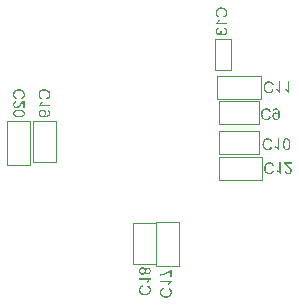
<source format=gbo>
G04*
G04 #@! TF.GenerationSoftware,Altium Limited,Altium Designer,20.1.12 (249)*
G04*
G04 Layer_Color=32896*
%FSLAX25Y25*%
%MOIN*%
G70*
G04*
G04 #@! TF.SameCoordinates,17CD68B3-A26F-4FE0-94F3-A569FC1E460E*
G04*
G04*
G04 #@! TF.FilePolarity,Positive*
G04*
G01*
G75*
%ADD14C,0.00315*%
%ADD17C,0.00197*%
G36*
X307172Y658312D02*
X307366Y658290D01*
X307538Y658262D01*
X307622Y658240D01*
X307694Y658223D01*
X307760Y658207D01*
X307821Y658185D01*
X307877Y658168D01*
X307921Y658157D01*
X307955Y658140D01*
X307982Y658135D01*
X307999Y658124D01*
X308005D01*
X308171Y658040D01*
X308321Y657946D01*
X308449Y657846D01*
X308499Y657796D01*
X308548Y657752D01*
X308593Y657707D01*
X308632Y657663D01*
X308665Y657624D01*
X308687Y657591D01*
X308709Y657569D01*
X308726Y657546D01*
X308732Y657535D01*
X308737Y657530D01*
X308782Y657452D01*
X308820Y657374D01*
X308881Y657208D01*
X308926Y657041D01*
X308954Y656880D01*
X308965Y656803D01*
X308976Y656736D01*
X308981Y656675D01*
Y656625D01*
X308987Y656581D01*
Y656520D01*
X308981Y656409D01*
X308970Y656303D01*
X308959Y656203D01*
X308937Y656109D01*
X308909Y656020D01*
X308881Y655937D01*
X308854Y655859D01*
X308820Y655787D01*
X308793Y655726D01*
X308765Y655665D01*
X308737Y655621D01*
X308709Y655576D01*
X308687Y655548D01*
X308676Y655521D01*
X308665Y655510D01*
X308660Y655504D01*
X308593Y655426D01*
X308526Y655360D01*
X308449Y655299D01*
X308371Y655238D01*
X308215Y655138D01*
X308060Y655060D01*
X307988Y655027D01*
X307921Y654999D01*
X307860Y654977D01*
X307810Y654960D01*
X307766Y654944D01*
X307733Y654932D01*
X307710Y654927D01*
X307705D01*
X307577Y655437D01*
X307666Y655460D01*
X307749Y655487D01*
X307827Y655515D01*
X307899Y655543D01*
X307966Y655576D01*
X308021Y655610D01*
X308077Y655648D01*
X308127Y655682D01*
X308171Y655709D01*
X308204Y655743D01*
X308238Y655770D01*
X308265Y655793D01*
X308282Y655815D01*
X308299Y655831D01*
X308304Y655837D01*
X308310Y655843D01*
X308354Y655898D01*
X308387Y655959D01*
X308449Y656081D01*
X308493Y656198D01*
X308521Y656314D01*
X308543Y656414D01*
X308548Y656453D01*
Y656492D01*
X308554Y656525D01*
Y656564D01*
X308548Y656692D01*
X308526Y656814D01*
X308499Y656925D01*
X308465Y657025D01*
X308432Y657102D01*
X308415Y657136D01*
X308404Y657163D01*
X308393Y657186D01*
X308382Y657202D01*
X308376Y657213D01*
Y657219D01*
X308299Y657324D01*
X308215Y657413D01*
X308121Y657491D01*
X308032Y657552D01*
X307955Y657602D01*
X307888Y657635D01*
X307860Y657646D01*
X307844Y657657D01*
X307833Y657663D01*
X307827D01*
X307683Y657707D01*
X307538Y657741D01*
X307394Y657768D01*
X307261Y657785D01*
X307200Y657791D01*
X307144Y657796D01*
X307094D01*
X307055Y657802D01*
X307022D01*
X306995D01*
X306978D01*
X306972D01*
X306828Y657796D01*
X306695Y657785D01*
X306573Y657763D01*
X306462Y657741D01*
X306367Y657724D01*
X306329Y657713D01*
X306295Y657702D01*
X306267Y657696D01*
X306251Y657691D01*
X306240Y657685D01*
X306234D01*
X306106Y657630D01*
X305990Y657569D01*
X305896Y657502D01*
X305812Y657430D01*
X305746Y657369D01*
X305701Y657319D01*
X305674Y657280D01*
X305662Y657274D01*
Y657269D01*
X305590Y657152D01*
X305535Y657025D01*
X305496Y656903D01*
X305474Y656786D01*
X305457Y656681D01*
X305451Y656636D01*
Y656597D01*
X305446Y656570D01*
Y656525D01*
X305451Y656387D01*
X305474Y656259D01*
X305507Y656153D01*
X305540Y656059D01*
X305579Y655987D01*
X305607Y655931D01*
X305629Y655898D01*
X305640Y655887D01*
X305724Y655798D01*
X305818Y655715D01*
X305918Y655648D01*
X306018Y655593D01*
X306106Y655548D01*
X306151Y655532D01*
X306184Y655521D01*
X306212Y655510D01*
X306234Y655499D01*
X306245Y655493D01*
X306251D01*
X306134Y654993D01*
X306034Y655027D01*
X305945Y655060D01*
X305862Y655104D01*
X305779Y655143D01*
X305707Y655188D01*
X305640Y655238D01*
X305574Y655282D01*
X305518Y655326D01*
X305474Y655371D01*
X305429Y655410D01*
X305391Y655448D01*
X305363Y655476D01*
X305335Y655504D01*
X305318Y655526D01*
X305313Y655537D01*
X305307Y655543D01*
X305257Y655621D01*
X305207Y655698D01*
X305169Y655776D01*
X305135Y655859D01*
X305085Y656026D01*
X305052Y656176D01*
X305035Y656248D01*
X305030Y656309D01*
X305024Y656370D01*
X305019Y656420D01*
X305013Y656459D01*
Y656514D01*
X305024Y656697D01*
X305052Y656875D01*
X305085Y657030D01*
X305107Y657102D01*
X305130Y657169D01*
X305152Y657230D01*
X305174Y657286D01*
X305191Y657330D01*
X305207Y657374D01*
X305224Y657402D01*
X305235Y657424D01*
X305241Y657441D01*
X305246Y657446D01*
X305341Y657596D01*
X305451Y657724D01*
X305563Y657835D01*
X305674Y657929D01*
X305773Y658002D01*
X305818Y658029D01*
X305857Y658051D01*
X305885Y658074D01*
X305907Y658085D01*
X305923Y658090D01*
X305929Y658096D01*
X306101Y658174D01*
X306278Y658229D01*
X306456Y658268D01*
X306617Y658296D01*
X306689Y658307D01*
X306761Y658312D01*
X306817Y658318D01*
X306872D01*
X306911Y658323D01*
X306944D01*
X306967D01*
X306972D01*
X307172Y658312D01*
D02*
G37*
G36*
X308920Y652013D02*
X308465D01*
Y653906D01*
X308371Y653839D01*
X308332Y653806D01*
X308293Y653778D01*
X308260Y653750D01*
X308238Y653728D01*
X308221Y653711D01*
X308215Y653706D01*
X308188Y653678D01*
X308160Y653645D01*
X308088Y653567D01*
X308005Y653478D01*
X307921Y653384D01*
X307849Y653295D01*
X307816Y653256D01*
X307783Y653223D01*
X307760Y653195D01*
X307744Y653173D01*
X307733Y653162D01*
X307727Y653156D01*
X307649Y653068D01*
X307577Y652979D01*
X307505Y652901D01*
X307444Y652829D01*
X307383Y652762D01*
X307327Y652707D01*
X307277Y652651D01*
X307233Y652607D01*
X307189Y652563D01*
X307155Y652529D01*
X307128Y652501D01*
X307100Y652474D01*
X307067Y652446D01*
X307055Y652435D01*
X306961Y652357D01*
X306878Y652291D01*
X306795Y652235D01*
X306728Y652191D01*
X306667Y652157D01*
X306623Y652135D01*
X306595Y652124D01*
X306584Y652118D01*
X306501Y652085D01*
X306417Y652063D01*
X306340Y652041D01*
X306273Y652030D01*
X306212Y652024D01*
X306168Y652019D01*
X306140D01*
X306129D01*
X306045Y652024D01*
X305968Y652035D01*
X305890Y652046D01*
X305823Y652069D01*
X305690Y652124D01*
X305585Y652180D01*
X305535Y652213D01*
X305496Y652241D01*
X305457Y652268D01*
X305429Y652296D01*
X305407Y652318D01*
X305385Y652329D01*
X305379Y652341D01*
X305374Y652346D01*
X305318Y652407D01*
X305268Y652474D01*
X305230Y652546D01*
X305196Y652618D01*
X305141Y652762D01*
X305102Y652907D01*
X305091Y652968D01*
X305080Y653029D01*
X305074Y653084D01*
X305069Y653129D01*
X305063Y653167D01*
Y653223D01*
X305069Y653323D01*
X305074Y653417D01*
X305091Y653506D01*
X305107Y653589D01*
X305130Y653667D01*
X305152Y653739D01*
X305180Y653806D01*
X305207Y653867D01*
X305235Y653922D01*
X305263Y653967D01*
X305285Y654005D01*
X305307Y654039D01*
X305324Y654067D01*
X305341Y654083D01*
X305346Y654094D01*
X305352Y654100D01*
X305407Y654155D01*
X305468Y654205D01*
X305535Y654255D01*
X305601Y654294D01*
X305735Y654361D01*
X305868Y654405D01*
X305929Y654422D01*
X305990Y654438D01*
X306040Y654450D01*
X306084Y654461D01*
X306123Y654466D01*
X306151D01*
X306168Y654472D01*
X306173D01*
X306223Y653989D01*
X306095Y653978D01*
X305984Y653956D01*
X305885Y653922D01*
X305807Y653883D01*
X305740Y653850D01*
X305696Y653817D01*
X305668Y653795D01*
X305657Y653784D01*
X305590Y653700D01*
X305540Y653612D01*
X305502Y653517D01*
X305479Y653434D01*
X305463Y653356D01*
X305457Y653290D01*
X305451Y653267D01*
Y653234D01*
X305457Y653118D01*
X305479Y653012D01*
X305513Y652923D01*
X305546Y652846D01*
X305585Y652784D01*
X305612Y652746D01*
X305635Y652718D01*
X305646Y652707D01*
X305724Y652640D01*
X305801Y652590D01*
X305879Y652551D01*
X305957Y652529D01*
X306018Y652513D01*
X306073Y652507D01*
X306106Y652501D01*
X306112D01*
X306118D01*
X306218Y652513D01*
X306323Y652535D01*
X306417Y652574D01*
X306506Y652612D01*
X306578Y652657D01*
X306639Y652696D01*
X306662Y652707D01*
X306678Y652718D01*
X306684Y652729D01*
X306689D01*
X306750Y652773D01*
X306811Y652829D01*
X306878Y652890D01*
X306944Y652957D01*
X307078Y653095D01*
X307211Y653234D01*
X307272Y653306D01*
X307327Y653367D01*
X307377Y653428D01*
X307422Y653478D01*
X307455Y653517D01*
X307483Y653550D01*
X307500Y653573D01*
X307505Y653578D01*
X307622Y653717D01*
X307733Y653845D01*
X307833Y653950D01*
X307916Y654033D01*
X307988Y654105D01*
X308038Y654155D01*
X308071Y654183D01*
X308077Y654194D01*
X308082D01*
X308177Y654272D01*
X308265Y654333D01*
X308354Y654389D01*
X308432Y654433D01*
X308499Y654466D01*
X308548Y654488D01*
X308582Y654499D01*
X308587Y654505D01*
X308593D01*
X308654Y654527D01*
X308709Y654538D01*
X308765Y654549D01*
X308815Y654555D01*
X308859Y654561D01*
X308892D01*
X308915D01*
X308920D01*
Y652013D01*
D02*
G37*
G36*
X307222Y651503D02*
X307405Y651491D01*
X307572Y651475D01*
X307727Y651447D01*
X307871Y651419D01*
X307999Y651386D01*
X308116Y651353D01*
X308215Y651319D01*
X308304Y651286D01*
X308382Y651247D01*
X308449Y651219D01*
X308499Y651192D01*
X308543Y651164D01*
X308571Y651147D01*
X308587Y651136D01*
X308593Y651131D01*
X308660Y651070D01*
X308720Y651003D01*
X308776Y650931D01*
X308820Y650859D01*
X308859Y650786D01*
X308892Y650714D01*
X308915Y650642D01*
X308937Y650576D01*
X308954Y650509D01*
X308965Y650448D01*
X308976Y650392D01*
X308981Y650348D01*
X308987Y650309D01*
Y650254D01*
X308976Y650104D01*
X308954Y649965D01*
X308915Y649849D01*
X308876Y649749D01*
X308837Y649665D01*
X308815Y649638D01*
X308798Y649610D01*
X308787Y649588D01*
X308776Y649571D01*
X308765Y649566D01*
Y649560D01*
X308671Y649460D01*
X308571Y649377D01*
X308460Y649305D01*
X308360Y649249D01*
X308265Y649205D01*
X308226Y649183D01*
X308188Y649171D01*
X308160Y649160D01*
X308138Y649149D01*
X308127Y649144D01*
X308121D01*
X308038Y649116D01*
X307955Y649094D01*
X307777Y649060D01*
X307594Y649033D01*
X307416Y649016D01*
X307339Y649011D01*
X307266Y649005D01*
X307200D01*
X307139Y648999D01*
X307094D01*
X307055D01*
X307033D01*
X307028D01*
X306922D01*
X306822Y649005D01*
X306734D01*
X306645Y649011D01*
X306567Y649022D01*
X306489Y649027D01*
X306423Y649033D01*
X306362Y649044D01*
X306306Y649049D01*
X306256Y649060D01*
X306218Y649066D01*
X306184Y649072D01*
X306156Y649077D01*
X306140Y649083D01*
X306129Y649088D01*
X306123D01*
X306001Y649122D01*
X305890Y649160D01*
X305796Y649205D01*
X305712Y649238D01*
X305640Y649277D01*
X305590Y649299D01*
X305563Y649321D01*
X305552Y649327D01*
X305468Y649388D01*
X305396Y649449D01*
X305335Y649516D01*
X305279Y649577D01*
X305241Y649632D01*
X305213Y649677D01*
X305196Y649704D01*
X305191Y649710D01*
Y649715D01*
X305146Y649804D01*
X305119Y649898D01*
X305096Y649987D01*
X305080Y650071D01*
X305069Y650143D01*
X305063Y650204D01*
Y650254D01*
X305074Y650404D01*
X305096Y650542D01*
X305135Y650659D01*
X305174Y650759D01*
X305218Y650842D01*
X305235Y650875D01*
X305257Y650903D01*
X305268Y650925D01*
X305279Y650942D01*
X305291Y650948D01*
Y650953D01*
X305379Y651053D01*
X305485Y651136D01*
X305590Y651208D01*
X305690Y651264D01*
X305785Y651308D01*
X305823Y651330D01*
X305862Y651341D01*
X305890Y651353D01*
X305912Y651364D01*
X305923Y651369D01*
X305929D01*
X306012Y651392D01*
X306095Y651414D01*
X306278Y651447D01*
X306462Y651475D01*
X306634Y651491D01*
X306717Y651497D01*
X306789Y651503D01*
X306856D01*
X306917Y651508D01*
X306961D01*
X307000D01*
X307022D01*
X307028D01*
X307222Y651503D01*
D02*
G37*
G36*
X315672Y658328D02*
X315866Y658306D01*
X316038Y658279D01*
X316122Y658256D01*
X316194Y658240D01*
X316260Y658223D01*
X316321Y658201D01*
X316377Y658184D01*
X316421Y658173D01*
X316455Y658156D01*
X316482Y658151D01*
X316499Y658140D01*
X316505D01*
X316671Y658056D01*
X316821Y657962D01*
X316949Y657862D01*
X316999Y657812D01*
X317048Y657768D01*
X317093Y657724D01*
X317132Y657679D01*
X317165Y657640D01*
X317187Y657607D01*
X317209Y657585D01*
X317226Y657563D01*
X317232Y657551D01*
X317237Y657546D01*
X317282Y657468D01*
X317320Y657390D01*
X317381Y657224D01*
X317426Y657058D01*
X317454Y656897D01*
X317465Y656819D01*
X317476Y656752D01*
X317481Y656691D01*
Y656641D01*
X317487Y656597D01*
Y656536D01*
X317481Y656425D01*
X317470Y656319D01*
X317459Y656219D01*
X317437Y656125D01*
X317409Y656036D01*
X317381Y655953D01*
X317354Y655875D01*
X317320Y655803D01*
X317293Y655742D01*
X317265Y655681D01*
X317237Y655637D01*
X317209Y655592D01*
X317187Y655565D01*
X317176Y655537D01*
X317165Y655526D01*
X317159Y655520D01*
X317093Y655442D01*
X317026Y655376D01*
X316949Y655315D01*
X316871Y655254D01*
X316715Y655154D01*
X316560Y655076D01*
X316488Y655043D01*
X316421Y655015D01*
X316360Y654993D01*
X316310Y654976D01*
X316266Y654960D01*
X316233Y654949D01*
X316210Y654943D01*
X316205D01*
X316077Y655454D01*
X316166Y655476D01*
X316249Y655504D01*
X316327Y655531D01*
X316399Y655559D01*
X316466Y655592D01*
X316521Y655626D01*
X316577Y655664D01*
X316627Y655698D01*
X316671Y655726D01*
X316704Y655759D01*
X316738Y655787D01*
X316765Y655809D01*
X316782Y655831D01*
X316799Y655848D01*
X316804Y655853D01*
X316810Y655859D01*
X316854Y655914D01*
X316887Y655975D01*
X316949Y656097D01*
X316993Y656214D01*
X317021Y656330D01*
X317043Y656430D01*
X317048Y656469D01*
Y656508D01*
X317054Y656541D01*
Y656580D01*
X317048Y656708D01*
X317026Y656830D01*
X316999Y656941D01*
X316965Y657041D01*
X316932Y657119D01*
X316915Y657152D01*
X316904Y657180D01*
X316893Y657202D01*
X316882Y657219D01*
X316876Y657230D01*
Y657235D01*
X316799Y657341D01*
X316715Y657429D01*
X316621Y657507D01*
X316532Y657568D01*
X316455Y657618D01*
X316388Y657651D01*
X316360Y657662D01*
X316344Y657674D01*
X316333Y657679D01*
X316327D01*
X316183Y657724D01*
X316038Y657757D01*
X315894Y657785D01*
X315761Y657801D01*
X315700Y657807D01*
X315644Y657812D01*
X315594D01*
X315556Y657818D01*
X315522D01*
X315494D01*
X315478D01*
X315472D01*
X315328Y657812D01*
X315195Y657801D01*
X315073Y657779D01*
X314962Y657757D01*
X314867Y657740D01*
X314828Y657729D01*
X314795Y657718D01*
X314767Y657712D01*
X314751Y657707D01*
X314740Y657701D01*
X314734D01*
X314606Y657646D01*
X314490Y657585D01*
X314395Y657518D01*
X314312Y657446D01*
X314246Y657385D01*
X314201Y657335D01*
X314174Y657296D01*
X314162Y657291D01*
Y657285D01*
X314090Y657168D01*
X314035Y657041D01*
X313996Y656919D01*
X313974Y656802D01*
X313957Y656697D01*
X313951Y656652D01*
Y656614D01*
X313946Y656586D01*
Y656541D01*
X313951Y656403D01*
X313974Y656275D01*
X314007Y656170D01*
X314040Y656075D01*
X314079Y656003D01*
X314107Y655947D01*
X314129Y655914D01*
X314140Y655903D01*
X314224Y655814D01*
X314318Y655731D01*
X314418Y655664D01*
X314518Y655609D01*
X314606Y655565D01*
X314651Y655548D01*
X314684Y655537D01*
X314712Y655526D01*
X314734Y655515D01*
X314745Y655509D01*
X314751D01*
X314634Y655010D01*
X314534Y655043D01*
X314445Y655076D01*
X314362Y655121D01*
X314279Y655160D01*
X314207Y655204D01*
X314140Y655254D01*
X314074Y655298D01*
X314018Y655343D01*
X313974Y655387D01*
X313929Y655426D01*
X313891Y655465D01*
X313863Y655492D01*
X313835Y655520D01*
X313818Y655542D01*
X313813Y655553D01*
X313807Y655559D01*
X313757Y655637D01*
X313707Y655715D01*
X313668Y655792D01*
X313635Y655875D01*
X313585Y656042D01*
X313552Y656192D01*
X313535Y656264D01*
X313530Y656325D01*
X313524Y656386D01*
X313519Y656436D01*
X313513Y656475D01*
Y656530D01*
X313524Y656713D01*
X313552Y656891D01*
X313585Y657047D01*
X313607Y657119D01*
X313630Y657185D01*
X313652Y657246D01*
X313674Y657302D01*
X313691Y657346D01*
X313707Y657390D01*
X313724Y657418D01*
X313735Y657441D01*
X313741Y657457D01*
X313746Y657463D01*
X313841Y657613D01*
X313951Y657740D01*
X314062Y657851D01*
X314174Y657946D01*
X314273Y658018D01*
X314318Y658045D01*
X314357Y658068D01*
X314384Y658090D01*
X314407Y658101D01*
X314423Y658107D01*
X314429Y658112D01*
X314601Y658190D01*
X314778Y658245D01*
X314956Y658284D01*
X315117Y658312D01*
X315189Y658323D01*
X315261Y658328D01*
X315317Y658334D01*
X315372D01*
X315411Y658340D01*
X315444D01*
X315467D01*
X315472D01*
X315672Y658328D01*
D02*
G37*
G36*
X314950Y654066D02*
X314912Y653983D01*
X314873Y653900D01*
X314834Y653822D01*
X314801Y653755D01*
X314773Y653700D01*
X314751Y653666D01*
X314745Y653661D01*
Y653655D01*
X314684Y653555D01*
X314623Y653467D01*
X314568Y653389D01*
X314518Y653328D01*
X314479Y653272D01*
X314445Y653239D01*
X314423Y653211D01*
X314418Y653206D01*
X317420D01*
Y652734D01*
X313563D01*
Y653039D01*
X313657Y653095D01*
X313746Y653156D01*
X313835Y653228D01*
X313913Y653295D01*
X313979Y653361D01*
X314035Y653411D01*
X314051Y653433D01*
X314068Y653450D01*
X314074Y653456D01*
X314079Y653461D01*
X314174Y653578D01*
X314262Y653694D01*
X314340Y653805D01*
X314401Y653916D01*
X314457Y654011D01*
X314479Y654049D01*
X314495Y654083D01*
X314512Y654110D01*
X314518Y654133D01*
X314529Y654144D01*
Y654149D01*
X314984D01*
X314950Y654066D01*
D02*
G37*
G36*
X314967Y651519D02*
X315061Y651508D01*
X315156Y651497D01*
X315245Y651474D01*
X315322Y651446D01*
X315400Y651419D01*
X315467Y651391D01*
X315528Y651358D01*
X315583Y651330D01*
X315633Y651302D01*
X315672Y651274D01*
X315711Y651247D01*
X315739Y651225D01*
X315755Y651213D01*
X315766Y651202D01*
X315772Y651197D01*
X315833Y651136D01*
X315883Y651069D01*
X315933Y651003D01*
X315972Y650930D01*
X316005Y650864D01*
X316033Y650797D01*
X316072Y650669D01*
X316088Y650614D01*
X316099Y650559D01*
X316105Y650514D01*
X316110Y650470D01*
X316116Y650436D01*
Y650392D01*
X316110Y650286D01*
X316094Y650187D01*
X316072Y650098D01*
X316044Y650015D01*
X316022Y649954D01*
X316000Y649904D01*
X315983Y649870D01*
X315977Y649859D01*
X315922Y649770D01*
X315861Y649693D01*
X315800Y649626D01*
X315744Y649571D01*
X315689Y649532D01*
X315650Y649498D01*
X315622Y649476D01*
X315611Y649471D01*
X315655D01*
X315683D01*
X315700D01*
X315705D01*
X315816Y649476D01*
X315922Y649482D01*
X316016Y649493D01*
X316105Y649504D01*
X316177Y649521D01*
X316233Y649532D01*
X316255Y649537D01*
X316271D01*
X316277Y649543D01*
X316283D01*
X316382Y649571D01*
X316471Y649598D01*
X316549Y649626D01*
X316616Y649654D01*
X316666Y649676D01*
X316704Y649698D01*
X316732Y649709D01*
X316738Y649715D01*
X316799Y649759D01*
X316849Y649804D01*
X316893Y649848D01*
X316932Y649893D01*
X316965Y649926D01*
X316987Y649959D01*
X316999Y649981D01*
X317004Y649987D01*
X317037Y650048D01*
X317059Y650114D01*
X317076Y650176D01*
X317087Y650237D01*
X317093Y650286D01*
X317098Y650325D01*
Y650364D01*
X317093Y650453D01*
X317076Y650536D01*
X317054Y650608D01*
X317026Y650669D01*
X317004Y650714D01*
X316982Y650753D01*
X316965Y650775D01*
X316960Y650780D01*
X316899Y650836D01*
X316826Y650880D01*
X316749Y650919D01*
X316671Y650947D01*
X316604Y650969D01*
X316543Y650986D01*
X316521Y650991D01*
X316510D01*
X316499Y650997D01*
X316493D01*
X316532Y651452D01*
X316693Y651419D01*
X316832Y651374D01*
X316954Y651319D01*
X317054Y651263D01*
X317132Y651208D01*
X317165Y651180D01*
X317193Y651158D01*
X317209Y651141D01*
X317226Y651125D01*
X317232Y651119D01*
X317237Y651114D01*
X317282Y651058D01*
X317320Y650997D01*
X317381Y650875D01*
X317426Y650753D01*
X317454Y650636D01*
X317476Y650531D01*
X317481Y650486D01*
Y650448D01*
X317487Y650420D01*
Y650375D01*
X317476Y650220D01*
X317454Y650081D01*
X317415Y649954D01*
X317370Y649848D01*
X317354Y649804D01*
X317332Y649759D01*
X317309Y649726D01*
X317293Y649693D01*
X317282Y649671D01*
X317270Y649654D01*
X317259Y649643D01*
Y649637D01*
X317165Y649526D01*
X317059Y649426D01*
X316949Y649349D01*
X316843Y649282D01*
X316749Y649227D01*
X316704Y649204D01*
X316671Y649188D01*
X316638Y649177D01*
X316616Y649165D01*
X316604Y649160D01*
X316599D01*
X316516Y649132D01*
X316421Y649104D01*
X316233Y649065D01*
X316033Y649038D01*
X315844Y649021D01*
X315761Y649010D01*
X315678Y649005D01*
X315605D01*
X315544Y648999D01*
X315494D01*
X315456D01*
X315428D01*
X315422D01*
X315295D01*
X315173Y649005D01*
X315061Y649016D01*
X314956Y649027D01*
X314862Y649038D01*
X314773Y649049D01*
X314690Y649065D01*
X314617Y649082D01*
X314557Y649099D01*
X314501Y649110D01*
X314451Y649127D01*
X314412Y649138D01*
X314384Y649149D01*
X314362Y649160D01*
X314351Y649165D01*
X314346D01*
X314212Y649232D01*
X314096Y649304D01*
X313996Y649387D01*
X313913Y649460D01*
X313852Y649532D01*
X313807Y649587D01*
X313791Y649610D01*
X313779Y649626D01*
X313768Y649632D01*
Y649637D01*
X313702Y649754D01*
X313652Y649870D01*
X313613Y649987D01*
X313591Y650092D01*
X313574Y650187D01*
X313569Y650225D01*
Y650253D01*
X313563Y650281D01*
Y650320D01*
X313569Y650414D01*
X313580Y650503D01*
X313596Y650592D01*
X313618Y650669D01*
X313680Y650819D01*
X313707Y650886D01*
X313741Y650941D01*
X313779Y650997D01*
X313807Y651041D01*
X313841Y651086D01*
X313868Y651119D01*
X313891Y651147D01*
X313907Y651163D01*
X313918Y651174D01*
X313924Y651180D01*
X313990Y651241D01*
X314068Y651291D01*
X314140Y651341D01*
X314218Y651380D01*
X314301Y651413D01*
X314379Y651441D01*
X314523Y651480D01*
X314595Y651497D01*
X314656Y651508D01*
X314717Y651513D01*
X314767Y651519D01*
X314806Y651524D01*
X314834D01*
X314856D01*
X314862D01*
X314967Y651519D01*
D02*
G37*
G36*
X348301Y598995D02*
X348417Y598973D01*
X348523Y598940D01*
X348611Y598907D01*
X348684Y598873D01*
X348739Y598840D01*
X348772Y598818D01*
X348778Y598812D01*
X348784D01*
X348872Y598735D01*
X348950Y598651D01*
X349011Y598563D01*
X349067Y598479D01*
X349106Y598402D01*
X349133Y598335D01*
X349144Y598313D01*
X349150Y598296D01*
X349155Y598285D01*
Y598279D01*
X349200Y598379D01*
X349250Y598463D01*
X349300Y598535D01*
X349350Y598596D01*
X349394Y598640D01*
X349427Y598674D01*
X349449Y598696D01*
X349461Y598701D01*
X349538Y598751D01*
X349616Y598785D01*
X349694Y598812D01*
X349771Y598829D01*
X349833Y598840D01*
X349883Y598846D01*
X349916D01*
X349921D01*
X349927D01*
X350005Y598840D01*
X350077Y598835D01*
X350216Y598796D01*
X350338Y598746D01*
X350443Y598690D01*
X350526Y598635D01*
X350559Y598607D01*
X350593Y598585D01*
X350615Y598563D01*
X350632Y598546D01*
X350637Y598540D01*
X350643Y598535D01*
X350693Y598474D01*
X350743Y598413D01*
X350782Y598346D01*
X350815Y598279D01*
X350865Y598146D01*
X350898Y598013D01*
X350915Y597958D01*
X350920Y597902D01*
X350926Y597852D01*
X350931Y597808D01*
X350937Y597775D01*
Y597724D01*
X350931Y597636D01*
X350926Y597547D01*
X350892Y597392D01*
X350870Y597319D01*
X350848Y597253D01*
X350820Y597192D01*
X350793Y597136D01*
X350765Y597092D01*
X350737Y597047D01*
X350715Y597009D01*
X350693Y596981D01*
X350676Y596959D01*
X350659Y596942D01*
X350654Y596931D01*
X350648Y596925D01*
X350593Y596875D01*
X350537Y596825D01*
X350476Y596787D01*
X350415Y596753D01*
X350299Y596698D01*
X350188Y596664D01*
X350093Y596642D01*
X350049Y596637D01*
X350016Y596631D01*
X349982Y596626D01*
X349960D01*
X349949D01*
X349943D01*
X349844Y596631D01*
X349749Y596648D01*
X349666Y596670D01*
X349594Y596698D01*
X349538Y596720D01*
X349494Y596742D01*
X349472Y596759D01*
X349461Y596764D01*
X349394Y596825D01*
X349333Y596892D01*
X349277Y596964D01*
X349233Y597036D01*
X349200Y597103D01*
X349178Y597153D01*
X349166Y597175D01*
X349161Y597192D01*
X349155Y597197D01*
Y597203D01*
X349117Y597075D01*
X349067Y596970D01*
X349006Y596875D01*
X348950Y596798D01*
X348895Y596737D01*
X348850Y596692D01*
X348822Y596670D01*
X348817Y596659D01*
X348811D01*
X348711Y596598D01*
X348606Y596548D01*
X348506Y596515D01*
X348406Y596492D01*
X348317Y596481D01*
X348278Y596476D01*
X348245D01*
X348223Y596470D01*
X348201D01*
X348190D01*
X348184D01*
X348095Y596476D01*
X348007Y596487D01*
X347923Y596503D01*
X347840Y596526D01*
X347701Y596581D01*
X347635Y596609D01*
X347579Y596642D01*
X347524Y596676D01*
X347479Y596703D01*
X347441Y596737D01*
X347407Y596759D01*
X347379Y596781D01*
X347363Y596798D01*
X347352Y596809D01*
X347346Y596814D01*
X347285Y596881D01*
X347235Y596953D01*
X347191Y597031D01*
X347152Y597109D01*
X347124Y597181D01*
X347096Y597258D01*
X347058Y597408D01*
X347041Y597475D01*
X347030Y597536D01*
X347024Y597591D01*
X347019Y597641D01*
X347013Y597680D01*
Y597736D01*
X347019Y597841D01*
X347030Y597935D01*
X347046Y598030D01*
X347063Y598119D01*
X347091Y598196D01*
X347119Y598274D01*
X347146Y598346D01*
X347180Y598407D01*
X347213Y598463D01*
X347241Y598513D01*
X347268Y598552D01*
X347296Y598590D01*
X347313Y598618D01*
X347329Y598635D01*
X347340Y598646D01*
X347346Y598651D01*
X347413Y598712D01*
X347479Y598768D01*
X347546Y598812D01*
X347618Y598851D01*
X347685Y598890D01*
X347757Y598918D01*
X347884Y598957D01*
X347945Y598973D01*
X348001Y598984D01*
X348051Y598990D01*
X348090Y598995D01*
X348123Y599001D01*
X348151D01*
X348167D01*
X348173D01*
X348301Y598995D01*
D02*
G37*
G36*
X350937Y594961D02*
X350843Y594905D01*
X350754Y594844D01*
X350665Y594772D01*
X350587Y594705D01*
X350521Y594639D01*
X350465Y594589D01*
X350448Y594567D01*
X350432Y594550D01*
X350426Y594544D01*
X350421Y594539D01*
X350326Y594422D01*
X350238Y594306D01*
X350160Y594195D01*
X350099Y594084D01*
X350043Y593989D01*
X350021Y593951D01*
X350005Y593917D01*
X349988Y593890D01*
X349982Y593867D01*
X349971Y593856D01*
Y593851D01*
X349516D01*
X349549Y593934D01*
X349588Y594017D01*
X349627Y594100D01*
X349666Y594178D01*
X349699Y594245D01*
X349727Y594300D01*
X349749Y594334D01*
X349755Y594339D01*
Y594345D01*
X349816Y594445D01*
X349877Y594533D01*
X349932Y594611D01*
X349982Y594672D01*
X350021Y594728D01*
X350055Y594761D01*
X350077Y594789D01*
X350082Y594794D01*
X347080D01*
Y595266D01*
X350937D01*
Y594961D01*
D02*
G37*
G36*
X348423Y592546D02*
X348334Y592524D01*
X348251Y592496D01*
X348173Y592469D01*
X348101Y592441D01*
X348034Y592408D01*
X347979Y592374D01*
X347923Y592336D01*
X347873Y592302D01*
X347829Y592274D01*
X347796Y592241D01*
X347762Y592213D01*
X347735Y592191D01*
X347718Y592169D01*
X347701Y592152D01*
X347696Y592147D01*
X347690Y592141D01*
X347646Y592086D01*
X347613Y592025D01*
X347551Y591903D01*
X347507Y591786D01*
X347479Y591670D01*
X347457Y591570D01*
X347451Y591531D01*
Y591492D01*
X347446Y591459D01*
Y591420D01*
X347451Y591292D01*
X347474Y591170D01*
X347501Y591059D01*
X347535Y590959D01*
X347568Y590881D01*
X347585Y590848D01*
X347596Y590820D01*
X347607Y590798D01*
X347618Y590781D01*
X347624Y590770D01*
Y590765D01*
X347701Y590659D01*
X347784Y590571D01*
X347879Y590493D01*
X347968Y590432D01*
X348045Y590382D01*
X348112Y590349D01*
X348140Y590338D01*
X348156Y590326D01*
X348167Y590321D01*
X348173D01*
X348317Y590276D01*
X348462Y590243D01*
X348606Y590215D01*
X348739Y590199D01*
X348800Y590193D01*
X348856Y590188D01*
X348906D01*
X348944Y590182D01*
X348978D01*
X349006D01*
X349022D01*
X349028D01*
X349172Y590188D01*
X349305Y590199D01*
X349427Y590221D01*
X349538Y590243D01*
X349633Y590260D01*
X349672Y590271D01*
X349705Y590282D01*
X349733Y590287D01*
X349749Y590293D01*
X349760Y590299D01*
X349766D01*
X349894Y590354D01*
X350010Y590415D01*
X350104Y590482D01*
X350188Y590554D01*
X350254Y590615D01*
X350299Y590665D01*
X350326Y590704D01*
X350338Y590709D01*
Y590715D01*
X350410Y590831D01*
X350465Y590959D01*
X350504Y591081D01*
X350526Y591198D01*
X350543Y591303D01*
X350549Y591348D01*
Y591386D01*
X350554Y591414D01*
Y591459D01*
X350549Y591597D01*
X350526Y591725D01*
X350493Y591830D01*
X350460Y591925D01*
X350421Y591997D01*
X350393Y592052D01*
X350371Y592086D01*
X350360Y592097D01*
X350276Y592186D01*
X350182Y592269D01*
X350082Y592336D01*
X349982Y592391D01*
X349894Y592435D01*
X349849Y592452D01*
X349816Y592463D01*
X349788Y592474D01*
X349766Y592485D01*
X349755Y592491D01*
X349749D01*
X349866Y592990D01*
X349966Y592957D01*
X350055Y592924D01*
X350138Y592879D01*
X350221Y592840D01*
X350293Y592796D01*
X350360Y592746D01*
X350426Y592702D01*
X350482Y592657D01*
X350526Y592613D01*
X350571Y592574D01*
X350609Y592535D01*
X350637Y592508D01*
X350665Y592480D01*
X350682Y592458D01*
X350687Y592447D01*
X350693Y592441D01*
X350743Y592363D01*
X350793Y592285D01*
X350832Y592208D01*
X350865Y592125D01*
X350915Y591958D01*
X350948Y591808D01*
X350965Y591736D01*
X350970Y591675D01*
X350976Y591614D01*
X350981Y591564D01*
X350987Y591525D01*
Y591470D01*
X350976Y591287D01*
X350948Y591109D01*
X350915Y590953D01*
X350892Y590881D01*
X350870Y590815D01*
X350848Y590754D01*
X350826Y590698D01*
X350809Y590654D01*
X350793Y590609D01*
X350776Y590582D01*
X350765Y590559D01*
X350759Y590543D01*
X350754Y590537D01*
X350659Y590387D01*
X350549Y590260D01*
X350437Y590149D01*
X350326Y590054D01*
X350226Y589982D01*
X350182Y589955D01*
X350143Y589932D01*
X350115Y589910D01*
X350093Y589899D01*
X350077Y589893D01*
X350071Y589888D01*
X349899Y589810D01*
X349722Y589755D01*
X349544Y589716D01*
X349383Y589688D01*
X349311Y589677D01*
X349239Y589672D01*
X349183Y589666D01*
X349128D01*
X349089Y589660D01*
X349056D01*
X349033D01*
X349028D01*
X348828Y589672D01*
X348634Y589694D01*
X348462Y589721D01*
X348378Y589744D01*
X348306Y589760D01*
X348240Y589777D01*
X348179Y589799D01*
X348123Y589816D01*
X348079Y589827D01*
X348045Y589844D01*
X348018Y589849D01*
X348001Y589860D01*
X347995D01*
X347829Y589943D01*
X347679Y590038D01*
X347551Y590138D01*
X347501Y590188D01*
X347451Y590232D01*
X347407Y590276D01*
X347368Y590321D01*
X347335Y590360D01*
X347313Y590393D01*
X347291Y590415D01*
X347274Y590437D01*
X347268Y590449D01*
X347263Y590454D01*
X347218Y590532D01*
X347180Y590609D01*
X347119Y590776D01*
X347074Y590942D01*
X347046Y591103D01*
X347035Y591181D01*
X347024Y591248D01*
X347019Y591309D01*
Y591359D01*
X347013Y591403D01*
Y591464D01*
X347019Y591575D01*
X347030Y591681D01*
X347041Y591781D01*
X347063Y591875D01*
X347091Y591964D01*
X347119Y592047D01*
X347146Y592125D01*
X347180Y592197D01*
X347207Y592258D01*
X347235Y592319D01*
X347263Y592363D01*
X347291Y592408D01*
X347313Y592435D01*
X347324Y592463D01*
X347335Y592474D01*
X347340Y592480D01*
X347407Y592557D01*
X347474Y592624D01*
X347551Y592685D01*
X347629Y592746D01*
X347784Y592846D01*
X347940Y592924D01*
X348012Y592957D01*
X348079Y592985D01*
X348140Y593007D01*
X348190Y593024D01*
X348234Y593040D01*
X348267Y593051D01*
X348290Y593057D01*
X348295D01*
X348423Y592546D01*
D02*
G37*
G36*
X357870Y595681D02*
X357415D01*
Y597563D01*
X357254Y597429D01*
X357082Y597302D01*
X356916Y597191D01*
X356755Y597085D01*
X356683Y597041D01*
X356616Y597002D01*
X356555Y596963D01*
X356505Y596935D01*
X356461Y596913D01*
X356433Y596897D01*
X356411Y596885D01*
X356405Y596880D01*
X356183Y596769D01*
X355961Y596669D01*
X355750Y596586D01*
X355656Y596553D01*
X355561Y596519D01*
X355478Y596486D01*
X355401Y596464D01*
X355334Y596442D01*
X355278Y596425D01*
X355228Y596408D01*
X355195Y596397D01*
X355173Y596391D01*
X355168D01*
X354940Y596336D01*
X354829Y596314D01*
X354729Y596297D01*
X354635Y596280D01*
X354540Y596264D01*
X354463Y596253D01*
X354385Y596242D01*
X354318Y596236D01*
X354257Y596231D01*
X354202Y596225D01*
X354157D01*
X354124Y596219D01*
X354102D01*
X354085D01*
X354080D01*
Y596702D01*
X354291Y596719D01*
X354485Y596747D01*
X354662Y596774D01*
X354746Y596791D01*
X354823Y596808D01*
X354890Y596819D01*
X354951Y596836D01*
X355007Y596847D01*
X355051Y596858D01*
X355084Y596869D01*
X355112Y596874D01*
X355129Y596880D01*
X355134D01*
X355389Y596963D01*
X355628Y597052D01*
X355745Y597096D01*
X355856Y597141D01*
X355956Y597191D01*
X356055Y597235D01*
X356144Y597274D01*
X356222Y597313D01*
X356289Y597346D01*
X356350Y597374D01*
X356400Y597402D01*
X356433Y597418D01*
X356455Y597429D01*
X356461Y597435D01*
X356577Y597502D01*
X356694Y597568D01*
X356799Y597635D01*
X356899Y597701D01*
X356988Y597762D01*
X357077Y597823D01*
X357154Y597885D01*
X357221Y597934D01*
X357288Y597984D01*
X357343Y598029D01*
X357387Y598073D01*
X357426Y598106D01*
X357460Y598129D01*
X357482Y598151D01*
X357493Y598162D01*
X357499Y598168D01*
X357870D01*
Y595681D01*
D02*
G37*
G36*
X357937Y594133D02*
X357843Y594077D01*
X357754Y594016D01*
X357665Y593944D01*
X357587Y593877D01*
X357521Y593811D01*
X357465Y593761D01*
X357449Y593739D01*
X357432Y593722D01*
X357426Y593716D01*
X357421Y593711D01*
X357326Y593594D01*
X357238Y593478D01*
X357160Y593367D01*
X357099Y593256D01*
X357043Y593161D01*
X357021Y593123D01*
X357004Y593089D01*
X356988Y593061D01*
X356982Y593039D01*
X356971Y593028D01*
Y593023D01*
X356516D01*
X356549Y593106D01*
X356588Y593189D01*
X356627Y593272D01*
X356666Y593350D01*
X356699Y593417D01*
X356727Y593472D01*
X356749Y593505D01*
X356755Y593511D01*
Y593517D01*
X356816Y593616D01*
X356877Y593705D01*
X356932Y593783D01*
X356982Y593844D01*
X357021Y593900D01*
X357054Y593933D01*
X357077Y593961D01*
X357082Y593966D01*
X354080D01*
Y594438D01*
X357937D01*
Y594133D01*
D02*
G37*
G36*
X355423Y591718D02*
X355334Y591696D01*
X355251Y591669D01*
X355173Y591641D01*
X355101Y591613D01*
X355034Y591580D01*
X354979Y591546D01*
X354923Y591507D01*
X354873Y591474D01*
X354829Y591446D01*
X354796Y591413D01*
X354762Y591385D01*
X354735Y591363D01*
X354718Y591341D01*
X354701Y591324D01*
X354696Y591319D01*
X354690Y591313D01*
X354646Y591258D01*
X354612Y591197D01*
X354551Y591075D01*
X354507Y590958D01*
X354479Y590841D01*
X354457Y590742D01*
X354451Y590703D01*
Y590664D01*
X354446Y590631D01*
Y590592D01*
X354451Y590464D01*
X354474Y590342D01*
X354502Y590231D01*
X354535Y590131D01*
X354568Y590053D01*
X354585Y590020D01*
X354596Y589992D01*
X354607Y589970D01*
X354618Y589954D01*
X354624Y589942D01*
Y589937D01*
X354701Y589831D01*
X354784Y589743D01*
X354879Y589665D01*
X354968Y589604D01*
X355045Y589554D01*
X355112Y589521D01*
X355140Y589509D01*
X355156Y589498D01*
X355168Y589493D01*
X355173D01*
X355317Y589448D01*
X355462Y589415D01*
X355606Y589387D01*
X355739Y589371D01*
X355800Y589365D01*
X355856Y589360D01*
X355906D01*
X355944Y589354D01*
X355978D01*
X356006D01*
X356022D01*
X356028D01*
X356172Y589360D01*
X356305Y589371D01*
X356427Y589393D01*
X356538Y589415D01*
X356633Y589432D01*
X356672Y589443D01*
X356705Y589454D01*
X356733Y589460D01*
X356749Y589465D01*
X356760Y589471D01*
X356766D01*
X356893Y589526D01*
X357010Y589587D01*
X357104Y589654D01*
X357188Y589726D01*
X357254Y589787D01*
X357299Y589837D01*
X357326Y589876D01*
X357337Y589881D01*
Y589887D01*
X357410Y590003D01*
X357465Y590131D01*
X357504Y590253D01*
X357526Y590370D01*
X357543Y590475D01*
X357548Y590520D01*
Y590558D01*
X357554Y590586D01*
Y590631D01*
X357548Y590769D01*
X357526Y590897D01*
X357493Y591003D01*
X357460Y591097D01*
X357421Y591169D01*
X357393Y591224D01*
X357371Y591258D01*
X357360Y591269D01*
X357277Y591358D01*
X357182Y591441D01*
X357082Y591507D01*
X356982Y591563D01*
X356893Y591607D01*
X356849Y591624D01*
X356816Y591635D01*
X356788Y591646D01*
X356766Y591657D01*
X356755Y591663D01*
X356749D01*
X356866Y592162D01*
X356966Y592129D01*
X357054Y592096D01*
X357138Y592051D01*
X357221Y592013D01*
X357293Y591968D01*
X357360Y591918D01*
X357426Y591874D01*
X357482Y591829D01*
X357526Y591785D01*
X357571Y591746D01*
X357610Y591707D01*
X357637Y591680D01*
X357665Y591652D01*
X357682Y591630D01*
X357687Y591618D01*
X357693Y591613D01*
X357743Y591535D01*
X357793Y591458D01*
X357832Y591380D01*
X357865Y591297D01*
X357915Y591130D01*
X357948Y590980D01*
X357965Y590908D01*
X357970Y590847D01*
X357976Y590786D01*
X357981Y590736D01*
X357987Y590697D01*
Y590642D01*
X357976Y590459D01*
X357948Y590281D01*
X357915Y590126D01*
X357892Y590053D01*
X357870Y589987D01*
X357848Y589926D01*
X357826Y589870D01*
X357809Y589826D01*
X357793Y589782D01*
X357776Y589754D01*
X357765Y589732D01*
X357759Y589715D01*
X357754Y589709D01*
X357659Y589560D01*
X357548Y589432D01*
X357437Y589321D01*
X357326Y589226D01*
X357226Y589154D01*
X357182Y589127D01*
X357143Y589104D01*
X357116Y589082D01*
X357093Y589071D01*
X357077Y589066D01*
X357071Y589060D01*
X356899Y588982D01*
X356721Y588927D01*
X356544Y588888D01*
X356383Y588860D01*
X356311Y588849D01*
X356239Y588843D01*
X356183Y588838D01*
X356128D01*
X356089Y588832D01*
X356055D01*
X356033D01*
X356028D01*
X355828Y588843D01*
X355634Y588866D01*
X355462Y588894D01*
X355378Y588916D01*
X355306Y588932D01*
X355240Y588949D01*
X355179Y588971D01*
X355123Y588988D01*
X355079Y588999D01*
X355045Y589016D01*
X355018Y589021D01*
X355001Y589032D01*
X354995D01*
X354829Y589115D01*
X354679Y589210D01*
X354551Y589310D01*
X354502Y589360D01*
X354451Y589404D01*
X354407Y589448D01*
X354368Y589493D01*
X354335Y589532D01*
X354313Y589565D01*
X354291Y589587D01*
X354274Y589609D01*
X354268Y589620D01*
X354263Y589626D01*
X354218Y589704D01*
X354180Y589782D01*
X354118Y589948D01*
X354074Y590114D01*
X354046Y590275D01*
X354035Y590353D01*
X354024Y590420D01*
X354019Y590481D01*
Y590531D01*
X354013Y590575D01*
Y590636D01*
X354019Y590747D01*
X354030Y590853D01*
X354041Y590952D01*
X354063Y591047D01*
X354091Y591136D01*
X354118Y591219D01*
X354146Y591297D01*
X354180Y591369D01*
X354207Y591430D01*
X354235Y591491D01*
X354263Y591535D01*
X354291Y591580D01*
X354313Y591607D01*
X354324Y591635D01*
X354335Y591646D01*
X354341Y591652D01*
X354407Y591729D01*
X354474Y591796D01*
X354551Y591857D01*
X354629Y591918D01*
X354784Y592018D01*
X354940Y592096D01*
X355012Y592129D01*
X355079Y592157D01*
X355140Y592179D01*
X355190Y592196D01*
X355234Y592212D01*
X355267Y592224D01*
X355290Y592229D01*
X355295D01*
X355423Y591718D01*
D02*
G37*
G36*
X374672Y685597D02*
X374866Y685575D01*
X375038Y685547D01*
X375122Y685525D01*
X375194Y685509D01*
X375260Y685492D01*
X375321Y685470D01*
X375377Y685453D01*
X375421Y685442D01*
X375455Y685425D01*
X375482Y685420D01*
X375499Y685409D01*
X375504D01*
X375671Y685325D01*
X375821Y685231D01*
X375949Y685131D01*
X375998Y685081D01*
X376048Y685037D01*
X376093Y684993D01*
X376132Y684948D01*
X376165Y684909D01*
X376187Y684876D01*
X376209Y684854D01*
X376226Y684831D01*
X376232Y684820D01*
X376237Y684815D01*
X376281Y684737D01*
X376320Y684659D01*
X376381Y684493D01*
X376426Y684327D01*
X376454Y684165D01*
X376465Y684088D01*
X376476Y684021D01*
X376481Y683960D01*
Y683910D01*
X376487Y683866D01*
Y683805D01*
X376481Y683694D01*
X376470Y683588D01*
X376459Y683488D01*
X376437Y683394D01*
X376409Y683305D01*
X376381Y683222D01*
X376354Y683144D01*
X376320Y683072D01*
X376293Y683011D01*
X376265Y682950D01*
X376237Y682906D01*
X376209Y682861D01*
X376187Y682833D01*
X376176Y682806D01*
X376165Y682795D01*
X376159Y682789D01*
X376093Y682711D01*
X376026Y682645D01*
X375949Y682584D01*
X375871Y682523D01*
X375715Y682423D01*
X375560Y682345D01*
X375488Y682312D01*
X375421Y682284D01*
X375360Y682262D01*
X375310Y682245D01*
X375266Y682229D01*
X375233Y682218D01*
X375210Y682212D01*
X375205D01*
X375077Y682723D01*
X375166Y682745D01*
X375249Y682772D01*
X375327Y682800D01*
X375399Y682828D01*
X375466Y682861D01*
X375521Y682895D01*
X375577Y682933D01*
X375627Y682967D01*
X375671Y682994D01*
X375704Y683028D01*
X375738Y683055D01*
X375765Y683078D01*
X375782Y683100D01*
X375799Y683117D01*
X375804Y683122D01*
X375810Y683128D01*
X375854Y683183D01*
X375887Y683244D01*
X375949Y683366D01*
X375993Y683483D01*
X376021Y683599D01*
X376043Y683699D01*
X376048Y683738D01*
Y683777D01*
X376054Y683810D01*
Y683849D01*
X376048Y683977D01*
X376026Y684099D01*
X375998Y684210D01*
X375965Y684310D01*
X375932Y684387D01*
X375915Y684421D01*
X375904Y684448D01*
X375893Y684471D01*
X375882Y684487D01*
X375876Y684499D01*
Y684504D01*
X375799Y684610D01*
X375715Y684698D01*
X375621Y684776D01*
X375532Y684837D01*
X375455Y684887D01*
X375388Y684920D01*
X375360Y684931D01*
X375344Y684942D01*
X375332Y684948D01*
X375327D01*
X375183Y684993D01*
X375038Y685026D01*
X374894Y685053D01*
X374761Y685070D01*
X374700Y685076D01*
X374644Y685081D01*
X374594D01*
X374555Y685087D01*
X374522D01*
X374494D01*
X374478D01*
X374472D01*
X374328Y685081D01*
X374195Y685070D01*
X374073Y685048D01*
X373962Y685026D01*
X373867Y685009D01*
X373828Y684998D01*
X373795Y684987D01*
X373767Y684981D01*
X373751Y684976D01*
X373740Y684970D01*
X373734D01*
X373606Y684915D01*
X373490Y684854D01*
X373395Y684787D01*
X373312Y684715D01*
X373246Y684654D01*
X373201Y684604D01*
X373173Y684565D01*
X373162Y684560D01*
Y684554D01*
X373090Y684437D01*
X373035Y684310D01*
X372996Y684188D01*
X372974Y684071D01*
X372957Y683966D01*
X372952Y683921D01*
Y683882D01*
X372946Y683855D01*
Y683810D01*
X372952Y683672D01*
X372974Y683544D01*
X373007Y683438D01*
X373040Y683344D01*
X373079Y683272D01*
X373107Y683216D01*
X373129Y683183D01*
X373140Y683172D01*
X373223Y683083D01*
X373318Y683000D01*
X373418Y682933D01*
X373518Y682878D01*
X373606Y682833D01*
X373651Y682817D01*
X373684Y682806D01*
X373712Y682795D01*
X373734Y682784D01*
X373745Y682778D01*
X373751D01*
X373634Y682278D01*
X373534Y682312D01*
X373446Y682345D01*
X373362Y682389D01*
X373279Y682428D01*
X373207Y682473D01*
X373140Y682523D01*
X373074Y682567D01*
X373018Y682612D01*
X372974Y682656D01*
X372929Y682695D01*
X372890Y682734D01*
X372863Y682761D01*
X372835Y682789D01*
X372818Y682811D01*
X372813Y682822D01*
X372807Y682828D01*
X372757Y682906D01*
X372707Y682983D01*
X372669Y683061D01*
X372635Y683144D01*
X372585Y683311D01*
X372552Y683461D01*
X372535Y683533D01*
X372530Y683594D01*
X372524Y683655D01*
X372519Y683705D01*
X372513Y683744D01*
Y683799D01*
X372524Y683982D01*
X372552Y684160D01*
X372585Y684315D01*
X372607Y684387D01*
X372630Y684454D01*
X372652Y684515D01*
X372674Y684571D01*
X372691Y684615D01*
X372707Y684659D01*
X372724Y684687D01*
X372735Y684709D01*
X372741Y684726D01*
X372746Y684732D01*
X372840Y684881D01*
X372952Y685009D01*
X373062Y685120D01*
X373173Y685215D01*
X373273Y685287D01*
X373318Y685314D01*
X373357Y685336D01*
X373384Y685359D01*
X373407Y685370D01*
X373423Y685375D01*
X373429Y685381D01*
X373601Y685459D01*
X373779Y685514D01*
X373956Y685553D01*
X374117Y685581D01*
X374189Y685592D01*
X374261Y685597D01*
X374317Y685603D01*
X374372D01*
X374411Y685608D01*
X374445D01*
X374467D01*
X374472D01*
X374672Y685597D01*
D02*
G37*
G36*
X373951Y681335D02*
X373912Y681252D01*
X373873Y681169D01*
X373834Y681091D01*
X373801Y681024D01*
X373773Y680969D01*
X373751Y680935D01*
X373745Y680930D01*
Y680924D01*
X373684Y680824D01*
X373623Y680736D01*
X373568Y680658D01*
X373518Y680597D01*
X373479Y680541D01*
X373446Y680508D01*
X373423Y680480D01*
X373418Y680475D01*
X376420D01*
Y680003D01*
X372563D01*
Y680308D01*
X372657Y680364D01*
X372746Y680425D01*
X372835Y680497D01*
X372913Y680564D01*
X372979Y680630D01*
X373035Y680680D01*
X373051Y680702D01*
X373068Y680719D01*
X373074Y680724D01*
X373079Y680730D01*
X373173Y680847D01*
X373262Y680963D01*
X373340Y681074D01*
X373401Y681185D01*
X373457Y681280D01*
X373479Y681318D01*
X373495Y681352D01*
X373512Y681379D01*
X373518Y681402D01*
X373529Y681413D01*
Y681418D01*
X373984D01*
X373951Y681335D01*
D02*
G37*
G36*
X375493Y678777D02*
X375577Y678760D01*
X375732Y678710D01*
X375865Y678649D01*
X375921Y678616D01*
X375976Y678582D01*
X376026Y678549D01*
X376065Y678516D01*
X376104Y678488D01*
X376132Y678460D01*
X376154Y678443D01*
X376170Y678427D01*
X376182Y678416D01*
X376187Y678410D01*
X376237Y678343D01*
X376287Y678277D01*
X376326Y678210D01*
X376359Y678138D01*
X376415Y677999D01*
X376448Y677866D01*
X376459Y677805D01*
X376470Y677750D01*
X376476Y677700D01*
X376481Y677655D01*
X376487Y677622D01*
Y677572D01*
X376481Y677467D01*
X376470Y677372D01*
X376454Y677278D01*
X376431Y677189D01*
X376404Y677106D01*
X376376Y677034D01*
X376343Y676962D01*
X376309Y676901D01*
X376281Y676839D01*
X376248Y676790D01*
X376220Y676745D01*
X376193Y676712D01*
X376170Y676684D01*
X376154Y676662D01*
X376143Y676651D01*
X376137Y676645D01*
X376071Y676579D01*
X375998Y676523D01*
X375926Y676473D01*
X375854Y676429D01*
X375788Y676396D01*
X375715Y676362D01*
X375582Y676318D01*
X375521Y676307D01*
X375466Y676296D01*
X375416Y676285D01*
X375371Y676279D01*
X375338Y676273D01*
X375310D01*
X375294D01*
X375288D01*
X375155Y676279D01*
X375033Y676301D01*
X374927Y676334D01*
X374838Y676368D01*
X374766Y676401D01*
X374711Y676434D01*
X374678Y676456D01*
X374667Y676462D01*
X374583Y676540D01*
X374511Y676623D01*
X374456Y676712D01*
X374411Y676801D01*
X374378Y676878D01*
X374356Y676939D01*
X374350Y676962D01*
X374345Y676978D01*
X374339Y676989D01*
Y676995D01*
X374289Y676901D01*
X374239Y676823D01*
X374184Y676756D01*
X374134Y676701D01*
X374089Y676656D01*
X374050Y676623D01*
X374028Y676606D01*
X374017Y676601D01*
X373939Y676556D01*
X373862Y676523D01*
X373784Y676495D01*
X373712Y676479D01*
X373651Y676468D01*
X373606Y676462D01*
X373573D01*
X373562D01*
X373468Y676468D01*
X373373Y676484D01*
X373290Y676507D01*
X373218Y676534D01*
X373157Y676562D01*
X373107Y676584D01*
X373079Y676601D01*
X373068Y676606D01*
X372985Y676662D01*
X372913Y676728D01*
X372852Y676795D01*
X372796Y676862D01*
X372757Y676917D01*
X372724Y676967D01*
X372707Y677001D01*
X372702Y677006D01*
Y677011D01*
X372657Y677111D01*
X372624Y677211D01*
X372596Y677311D01*
X372580Y677400D01*
X372569Y677472D01*
X372563Y677533D01*
Y677672D01*
X372574Y677750D01*
X372602Y677900D01*
X372646Y678027D01*
X372691Y678138D01*
X372718Y678188D01*
X372741Y678227D01*
X372763Y678266D01*
X372785Y678294D01*
X372802Y678316D01*
X372813Y678332D01*
X372818Y678343D01*
X372824Y678349D01*
X372929Y678455D01*
X373046Y678538D01*
X373168Y678604D01*
X373290Y678660D01*
X373395Y678693D01*
X373440Y678710D01*
X373479Y678721D01*
X373512Y678726D01*
X373534Y678732D01*
X373551Y678738D01*
X373556D01*
X373640Y678266D01*
X373518Y678244D01*
X373412Y678210D01*
X373323Y678171D01*
X373251Y678133D01*
X373196Y678094D01*
X373157Y678060D01*
X373129Y678038D01*
X373124Y678033D01*
X373068Y677961D01*
X373024Y677883D01*
X372996Y677811D01*
X372974Y677739D01*
X372963Y677672D01*
X372952Y677622D01*
Y677578D01*
X372957Y677478D01*
X372979Y677389D01*
X373007Y677311D01*
X373035Y677245D01*
X373068Y677195D01*
X373096Y677156D01*
X373118Y677128D01*
X373124Y677122D01*
X373190Y677062D01*
X373262Y677017D01*
X373335Y676989D01*
X373401Y676967D01*
X373462Y676956D01*
X373506Y676945D01*
X373540D01*
X373545D01*
X373551D01*
X373612D01*
X373668Y676956D01*
X373762Y676984D01*
X373845Y677023D01*
X373917Y677067D01*
X373967Y677111D01*
X374006Y677150D01*
X374028Y677178D01*
X374034Y677184D01*
Y677189D01*
X374084Y677283D01*
X374123Y677372D01*
X374150Y677467D01*
X374167Y677550D01*
X374178Y677622D01*
X374189Y677683D01*
Y677755D01*
X374184Y677777D01*
Y677805D01*
X374600Y677861D01*
X374583Y677789D01*
X374572Y677722D01*
X374561Y677666D01*
X374555Y677617D01*
X374550Y677578D01*
Y677528D01*
X374561Y677411D01*
X374583Y677306D01*
X374617Y677211D01*
X374655Y677134D01*
X374694Y677073D01*
X374728Y677028D01*
X374750Y677001D01*
X374761Y676989D01*
X374844Y676917D01*
X374933Y676862D01*
X375022Y676823D01*
X375111Y676801D01*
X375183Y676784D01*
X375244Y676778D01*
X375266Y676773D01*
X375283D01*
X375294D01*
X375299D01*
X375421Y676784D01*
X375532Y676812D01*
X375627Y676845D01*
X375710Y676890D01*
X375777Y676934D01*
X375826Y676967D01*
X375860Y676995D01*
X375871Y677006D01*
X375949Y677095D01*
X376004Y677189D01*
X376043Y677283D01*
X376071Y677372D01*
X376087Y677450D01*
X376093Y677511D01*
X376098Y677533D01*
Y677567D01*
X376093Y677666D01*
X376071Y677761D01*
X376043Y677844D01*
X376010Y677911D01*
X375982Y677966D01*
X375954Y678011D01*
X375932Y678033D01*
X375926Y678044D01*
X375849Y678111D01*
X375760Y678166D01*
X375665Y678216D01*
X375566Y678255D01*
X375482Y678282D01*
X375444Y678294D01*
X375410Y678299D01*
X375382Y678305D01*
X375360Y678310D01*
X375349Y678316D01*
X375344D01*
X375405Y678788D01*
X375493Y678777D01*
D02*
G37*
G36*
X390605Y633981D02*
X390711Y633970D01*
X390811Y633959D01*
X390905Y633937D01*
X390994Y633909D01*
X391077Y633882D01*
X391155Y633854D01*
X391227Y633820D01*
X391288Y633793D01*
X391349Y633765D01*
X391393Y633737D01*
X391438Y633709D01*
X391465Y633687D01*
X391493Y633676D01*
X391504Y633665D01*
X391510Y633660D01*
X391588Y633593D01*
X391654Y633526D01*
X391715Y633449D01*
X391776Y633371D01*
X391876Y633215D01*
X391954Y633060D01*
X391987Y632988D01*
X392015Y632921D01*
X392037Y632860D01*
X392054Y632810D01*
X392070Y632766D01*
X392081Y632733D01*
X392087Y632710D01*
Y632705D01*
X391577Y632577D01*
X391554Y632666D01*
X391527Y632749D01*
X391499Y632827D01*
X391471Y632899D01*
X391438Y632966D01*
X391404Y633021D01*
X391366Y633077D01*
X391332Y633127D01*
X391304Y633171D01*
X391271Y633204D01*
X391244Y633238D01*
X391221Y633265D01*
X391199Y633282D01*
X391182Y633299D01*
X391177Y633304D01*
X391171Y633310D01*
X391116Y633354D01*
X391055Y633388D01*
X390933Y633449D01*
X390816Y633493D01*
X390700Y633521D01*
X390600Y633543D01*
X390561Y633548D01*
X390522D01*
X390489Y633554D01*
X390450D01*
X390322Y633548D01*
X390200Y633526D01*
X390089Y633498D01*
X389989Y633465D01*
X389912Y633432D01*
X389878Y633415D01*
X389850Y633404D01*
X389828Y633393D01*
X389812Y633382D01*
X389801Y633376D01*
X389795D01*
X389689Y633299D01*
X389601Y633215D01*
X389523Y633121D01*
X389462Y633032D01*
X389412Y632955D01*
X389379Y632888D01*
X389368Y632860D01*
X389356Y632844D01*
X389351Y632832D01*
Y632827D01*
X389306Y632683D01*
X389273Y632538D01*
X389246Y632394D01*
X389229Y632261D01*
X389223Y632200D01*
X389218Y632144D01*
Y632094D01*
X389212Y632056D01*
Y632022D01*
Y631994D01*
Y631978D01*
Y631972D01*
X389218Y631828D01*
X389229Y631695D01*
X389251Y631573D01*
X389273Y631462D01*
X389290Y631367D01*
X389301Y631328D01*
X389312Y631295D01*
X389318Y631267D01*
X389323Y631251D01*
X389329Y631240D01*
Y631234D01*
X389384Y631107D01*
X389445Y630990D01*
X389512Y630896D01*
X389584Y630812D01*
X389645Y630746D01*
X389695Y630701D01*
X389734Y630674D01*
X389739Y630662D01*
X389745D01*
X389861Y630590D01*
X389989Y630535D01*
X390111Y630496D01*
X390228Y630474D01*
X390333Y630457D01*
X390378Y630452D01*
X390417D01*
X390444Y630446D01*
X390489D01*
X390627Y630452D01*
X390755Y630474D01*
X390861Y630507D01*
X390955Y630540D01*
X391027Y630579D01*
X391083Y630607D01*
X391116Y630629D01*
X391127Y630640D01*
X391216Y630723D01*
X391299Y630818D01*
X391366Y630918D01*
X391421Y631018D01*
X391465Y631107D01*
X391482Y631151D01*
X391493Y631184D01*
X391504Y631212D01*
X391515Y631234D01*
X391521Y631245D01*
Y631251D01*
X392021Y631134D01*
X391987Y631034D01*
X391954Y630945D01*
X391910Y630862D01*
X391871Y630779D01*
X391826Y630707D01*
X391776Y630640D01*
X391732Y630574D01*
X391687Y630518D01*
X391643Y630474D01*
X391604Y630429D01*
X391565Y630391D01*
X391538Y630363D01*
X391510Y630335D01*
X391488Y630318D01*
X391477Y630313D01*
X391471Y630307D01*
X391393Y630257D01*
X391316Y630207D01*
X391238Y630168D01*
X391155Y630135D01*
X390988Y630085D01*
X390838Y630052D01*
X390766Y630035D01*
X390705Y630030D01*
X390644Y630024D01*
X390594Y630019D01*
X390555Y630013D01*
X390500D01*
X390317Y630024D01*
X390139Y630052D01*
X389984Y630085D01*
X389912Y630107D01*
X389845Y630130D01*
X389784Y630152D01*
X389728Y630174D01*
X389684Y630191D01*
X389639Y630207D01*
X389612Y630224D01*
X389590Y630235D01*
X389573Y630241D01*
X389567Y630246D01*
X389418Y630340D01*
X389290Y630452D01*
X389179Y630563D01*
X389085Y630674D01*
X389012Y630773D01*
X388985Y630818D01*
X388962Y630857D01*
X388940Y630885D01*
X388929Y630907D01*
X388924Y630923D01*
X388918Y630929D01*
X388840Y631101D01*
X388785Y631279D01*
X388746Y631456D01*
X388718Y631617D01*
X388707Y631689D01*
X388702Y631761D01*
X388696Y631817D01*
Y631872D01*
X388690Y631911D01*
Y631945D01*
Y631967D01*
Y631972D01*
X388702Y632172D01*
X388724Y632366D01*
X388752Y632538D01*
X388774Y632622D01*
X388790Y632694D01*
X388807Y632760D01*
X388829Y632821D01*
X388846Y632877D01*
X388857Y632921D01*
X388874Y632955D01*
X388879Y632982D01*
X388890Y632999D01*
Y633005D01*
X388973Y633171D01*
X389068Y633321D01*
X389168Y633449D01*
X389218Y633498D01*
X389262Y633548D01*
X389306Y633593D01*
X389351Y633632D01*
X389390Y633665D01*
X389423Y633687D01*
X389445Y633709D01*
X389468Y633726D01*
X389479Y633732D01*
X389484Y633737D01*
X389562Y633781D01*
X389639Y633820D01*
X389806Y633882D01*
X389972Y633926D01*
X390134Y633954D01*
X390211Y633965D01*
X390278Y633976D01*
X390339Y633981D01*
X390389D01*
X390433Y633987D01*
X390494D01*
X390605Y633981D01*
D02*
G37*
G36*
X394296Y630063D02*
X393991D01*
X393935Y630157D01*
X393874Y630246D01*
X393802Y630335D01*
X393735Y630413D01*
X393669Y630479D01*
X393619Y630535D01*
X393597Y630551D01*
X393580Y630568D01*
X393575Y630574D01*
X393569Y630579D01*
X393452Y630674D01*
X393336Y630762D01*
X393225Y630840D01*
X393114Y630901D01*
X393020Y630957D01*
X392981Y630979D01*
X392947Y630995D01*
X392920Y631012D01*
X392897Y631018D01*
X392886Y631029D01*
X392881D01*
Y631484D01*
X392964Y631451D01*
X393047Y631412D01*
X393130Y631373D01*
X393208Y631334D01*
X393275Y631301D01*
X393330Y631273D01*
X393364Y631251D01*
X393369Y631245D01*
X393375D01*
X393475Y631184D01*
X393563Y631123D01*
X393641Y631068D01*
X393702Y631018D01*
X393758Y630979D01*
X393791Y630945D01*
X393819Y630923D01*
X393824Y630918D01*
Y633920D01*
X394296D01*
Y630063D01*
D02*
G37*
G36*
X397987Y633465D02*
X396094D01*
X396161Y633371D01*
X396194Y633332D01*
X396222Y633293D01*
X396250Y633260D01*
X396272Y633238D01*
X396288Y633221D01*
X396294Y633215D01*
X396322Y633188D01*
X396355Y633160D01*
X396433Y633088D01*
X396521Y633005D01*
X396616Y632921D01*
X396705Y632849D01*
X396743Y632816D01*
X396777Y632783D01*
X396805Y632760D01*
X396827Y632744D01*
X396838Y632733D01*
X396843Y632727D01*
X396932Y632649D01*
X397021Y632577D01*
X397099Y632505D01*
X397171Y632444D01*
X397237Y632383D01*
X397293Y632328D01*
X397348Y632277D01*
X397393Y632233D01*
X397437Y632189D01*
X397471Y632155D01*
X397498Y632128D01*
X397526Y632100D01*
X397554Y632067D01*
X397565Y632056D01*
X397643Y631961D01*
X397709Y631878D01*
X397765Y631795D01*
X397809Y631728D01*
X397842Y631667D01*
X397865Y631623D01*
X397876Y631595D01*
X397881Y631584D01*
X397915Y631500D01*
X397937Y631417D01*
X397959Y631340D01*
X397970Y631273D01*
X397976Y631212D01*
X397981Y631168D01*
Y631140D01*
Y631129D01*
X397976Y631045D01*
X397965Y630968D01*
X397953Y630890D01*
X397931Y630823D01*
X397876Y630690D01*
X397820Y630585D01*
X397787Y630535D01*
X397759Y630496D01*
X397731Y630457D01*
X397704Y630429D01*
X397681Y630407D01*
X397670Y630385D01*
X397659Y630379D01*
X397654Y630374D01*
X397593Y630318D01*
X397526Y630268D01*
X397454Y630230D01*
X397382Y630196D01*
X397237Y630141D01*
X397093Y630102D01*
X397032Y630091D01*
X396971Y630080D01*
X396916Y630074D01*
X396871Y630069D01*
X396832Y630063D01*
X396777D01*
X396677Y630069D01*
X396583Y630074D01*
X396494Y630091D01*
X396410Y630107D01*
X396333Y630130D01*
X396261Y630152D01*
X396194Y630180D01*
X396133Y630207D01*
X396077Y630235D01*
X396033Y630263D01*
X395994Y630285D01*
X395961Y630307D01*
X395933Y630324D01*
X395917Y630340D01*
X395905Y630346D01*
X395900Y630352D01*
X395844Y630407D01*
X395795Y630468D01*
X395744Y630535D01*
X395706Y630601D01*
X395639Y630735D01*
X395595Y630868D01*
X395578Y630929D01*
X395561Y630990D01*
X395550Y631040D01*
X395539Y631084D01*
X395534Y631123D01*
Y631151D01*
X395528Y631168D01*
Y631173D01*
X396011Y631223D01*
X396022Y631095D01*
X396044Y630984D01*
X396077Y630885D01*
X396116Y630807D01*
X396150Y630740D01*
X396183Y630696D01*
X396205Y630668D01*
X396216Y630657D01*
X396300Y630590D01*
X396388Y630540D01*
X396483Y630502D01*
X396566Y630479D01*
X396644Y630463D01*
X396710Y630457D01*
X396732Y630452D01*
X396766D01*
X396882Y630457D01*
X396988Y630479D01*
X397077Y630513D01*
X397154Y630546D01*
X397215Y630585D01*
X397254Y630613D01*
X397282Y630635D01*
X397293Y630646D01*
X397360Y630723D01*
X397410Y630801D01*
X397448Y630879D01*
X397471Y630957D01*
X397487Y631018D01*
X397493Y631073D01*
X397498Y631107D01*
Y631112D01*
Y631118D01*
X397487Y631217D01*
X397465Y631323D01*
X397426Y631417D01*
X397387Y631506D01*
X397343Y631578D01*
X397304Y631639D01*
X397293Y631661D01*
X397282Y631678D01*
X397271Y631684D01*
Y631689D01*
X397226Y631750D01*
X397171Y631811D01*
X397110Y631878D01*
X397043Y631945D01*
X396904Y632078D01*
X396766Y632211D01*
X396694Y632272D01*
X396633Y632328D01*
X396571Y632377D01*
X396521Y632422D01*
X396483Y632455D01*
X396449Y632483D01*
X396427Y632500D01*
X396422Y632505D01*
X396283Y632622D01*
X396155Y632733D01*
X396050Y632832D01*
X395967Y632916D01*
X395894Y632988D01*
X395844Y633038D01*
X395817Y633071D01*
X395806Y633077D01*
Y633082D01*
X395728Y633177D01*
X395667Y633265D01*
X395611Y633354D01*
X395567Y633432D01*
X395534Y633498D01*
X395511Y633548D01*
X395500Y633582D01*
X395495Y633587D01*
Y633593D01*
X395473Y633654D01*
X395462Y633709D01*
X395450Y633765D01*
X395445Y633815D01*
X395439Y633859D01*
Y633893D01*
Y633915D01*
Y633920D01*
X397987D01*
Y633465D01*
D02*
G37*
G36*
X390458Y660981D02*
X390563Y660970D01*
X390663Y660959D01*
X390757Y660937D01*
X390846Y660909D01*
X390929Y660882D01*
X391007Y660854D01*
X391079Y660820D01*
X391140Y660793D01*
X391201Y660765D01*
X391246Y660737D01*
X391290Y660709D01*
X391318Y660687D01*
X391346Y660676D01*
X391357Y660665D01*
X391362Y660660D01*
X391440Y660593D01*
X391507Y660526D01*
X391568Y660449D01*
X391629Y660371D01*
X391729Y660215D01*
X391806Y660060D01*
X391840Y659988D01*
X391867Y659921D01*
X391890Y659860D01*
X391906Y659810D01*
X391923Y659766D01*
X391934Y659733D01*
X391939Y659710D01*
Y659705D01*
X391429Y659577D01*
X391407Y659666D01*
X391379Y659749D01*
X391351Y659827D01*
X391323Y659899D01*
X391290Y659966D01*
X391257Y660021D01*
X391218Y660077D01*
X391185Y660127D01*
X391157Y660171D01*
X391124Y660204D01*
X391096Y660238D01*
X391074Y660265D01*
X391052Y660282D01*
X391035Y660299D01*
X391029Y660304D01*
X391024Y660310D01*
X390968Y660354D01*
X390907Y660388D01*
X390785Y660449D01*
X390669Y660493D01*
X390552Y660521D01*
X390452Y660543D01*
X390413Y660548D01*
X390374D01*
X390341Y660554D01*
X390302D01*
X390175Y660548D01*
X390053Y660526D01*
X389942Y660499D01*
X389842Y660465D01*
X389764Y660432D01*
X389731Y660415D01*
X389703Y660404D01*
X389681Y660393D01*
X389664Y660382D01*
X389653Y660376D01*
X389647D01*
X389542Y660299D01*
X389453Y660215D01*
X389375Y660121D01*
X389314Y660032D01*
X389264Y659955D01*
X389231Y659888D01*
X389220Y659860D01*
X389209Y659844D01*
X389203Y659832D01*
Y659827D01*
X389159Y659683D01*
X389126Y659538D01*
X389098Y659394D01*
X389081Y659261D01*
X389076Y659200D01*
X389070Y659144D01*
Y659094D01*
X389065Y659056D01*
Y659022D01*
Y658994D01*
Y658978D01*
Y658972D01*
X389070Y658828D01*
X389081Y658695D01*
X389103Y658573D01*
X389126Y658462D01*
X389142Y658367D01*
X389153Y658328D01*
X389164Y658295D01*
X389170Y658267D01*
X389176Y658251D01*
X389181Y658240D01*
Y658234D01*
X389237Y658107D01*
X389298Y657990D01*
X389364Y657896D01*
X389436Y657812D01*
X389497Y657746D01*
X389547Y657701D01*
X389586Y657674D01*
X389592Y657662D01*
X389597D01*
X389714Y657590D01*
X389842Y657535D01*
X389964Y657496D01*
X390080Y657474D01*
X390186Y657457D01*
X390230Y657452D01*
X390269D01*
X390297Y657446D01*
X390341D01*
X390480Y657452D01*
X390608Y657474D01*
X390713Y657507D01*
X390807Y657540D01*
X390879Y657579D01*
X390935Y657607D01*
X390968Y657629D01*
X390979Y657640D01*
X391068Y657724D01*
X391151Y657818D01*
X391218Y657918D01*
X391273Y658018D01*
X391318Y658107D01*
X391335Y658151D01*
X391346Y658184D01*
X391357Y658212D01*
X391368Y658234D01*
X391373Y658245D01*
Y658251D01*
X391873Y658134D01*
X391840Y658034D01*
X391806Y657945D01*
X391762Y657862D01*
X391723Y657779D01*
X391679Y657707D01*
X391629Y657640D01*
X391584Y657574D01*
X391540Y657518D01*
X391495Y657474D01*
X391457Y657429D01*
X391418Y657390D01*
X391390Y657363D01*
X391362Y657335D01*
X391340Y657318D01*
X391329Y657313D01*
X391323Y657307D01*
X391246Y657257D01*
X391168Y657207D01*
X391090Y657168D01*
X391007Y657135D01*
X390841Y657085D01*
X390691Y657052D01*
X390619Y657035D01*
X390558Y657030D01*
X390496Y657024D01*
X390446Y657019D01*
X390408Y657013D01*
X390352D01*
X390169Y657024D01*
X389991Y657052D01*
X389836Y657085D01*
X389764Y657107D01*
X389697Y657130D01*
X389636Y657152D01*
X389581Y657174D01*
X389536Y657191D01*
X389492Y657207D01*
X389464Y657224D01*
X389442Y657235D01*
X389425Y657241D01*
X389420Y657246D01*
X389270Y657340D01*
X389142Y657452D01*
X389031Y657563D01*
X388937Y657674D01*
X388865Y657773D01*
X388837Y657818D01*
X388815Y657857D01*
X388793Y657885D01*
X388781Y657907D01*
X388776Y657923D01*
X388770Y657929D01*
X388693Y658101D01*
X388637Y658279D01*
X388598Y658456D01*
X388571Y658617D01*
X388560Y658689D01*
X388554Y658761D01*
X388548Y658817D01*
Y658872D01*
X388543Y658911D01*
Y658945D01*
Y658967D01*
Y658972D01*
X388554Y659172D01*
X388576Y659366D01*
X388604Y659538D01*
X388626Y659622D01*
X388643Y659694D01*
X388659Y659760D01*
X388682Y659821D01*
X388698Y659877D01*
X388709Y659921D01*
X388726Y659955D01*
X388732Y659982D01*
X388743Y659999D01*
Y660005D01*
X388826Y660171D01*
X388920Y660321D01*
X389020Y660449D01*
X389070Y660499D01*
X389114Y660548D01*
X389159Y660593D01*
X389203Y660632D01*
X389242Y660665D01*
X389276Y660687D01*
X389298Y660709D01*
X389320Y660726D01*
X389331Y660732D01*
X389336Y660737D01*
X389414Y660781D01*
X389492Y660820D01*
X389658Y660882D01*
X389825Y660926D01*
X389986Y660954D01*
X390064Y660965D01*
X390130Y660976D01*
X390191Y660981D01*
X390241D01*
X390286Y660987D01*
X390347D01*
X390458Y660981D01*
D02*
G37*
G36*
X397134Y657063D02*
X396829D01*
X396774Y657157D01*
X396712Y657246D01*
X396640Y657335D01*
X396574Y657413D01*
X396507Y657479D01*
X396457Y657535D01*
X396435Y657551D01*
X396418Y657568D01*
X396413Y657574D01*
X396407Y657579D01*
X396291Y657674D01*
X396174Y657762D01*
X396063Y657840D01*
X395952Y657901D01*
X395858Y657957D01*
X395819Y657979D01*
X395786Y657995D01*
X395758Y658012D01*
X395736Y658018D01*
X395725Y658029D01*
X395719D01*
Y658484D01*
X395802Y658451D01*
X395885Y658412D01*
X395969Y658373D01*
X396046Y658334D01*
X396113Y658301D01*
X396169Y658273D01*
X396202Y658251D01*
X396207Y658245D01*
X396213D01*
X396313Y658184D01*
X396402Y658123D01*
X396479Y658068D01*
X396540Y658018D01*
X396596Y657979D01*
X396629Y657945D01*
X396657Y657923D01*
X396662Y657918D01*
Y660920D01*
X397134D01*
Y657063D01*
D02*
G37*
G36*
X394148D02*
X393843D01*
X393788Y657157D01*
X393727Y657246D01*
X393654Y657335D01*
X393588Y657413D01*
X393521Y657479D01*
X393471Y657535D01*
X393449Y657551D01*
X393432Y657568D01*
X393427Y657574D01*
X393421Y657579D01*
X393305Y657674D01*
X393188Y657762D01*
X393077Y657840D01*
X392966Y657901D01*
X392872Y657957D01*
X392833Y657979D01*
X392800Y657995D01*
X392772Y658012D01*
X392750Y658018D01*
X392739Y658029D01*
X392733D01*
Y658484D01*
X392816Y658451D01*
X392900Y658412D01*
X392983Y658373D01*
X393061Y658334D01*
X393127Y658301D01*
X393183Y658273D01*
X393216Y658251D01*
X393221Y658245D01*
X393227D01*
X393327Y658184D01*
X393416Y658123D01*
X393494Y658068D01*
X393554Y658018D01*
X393610Y657979D01*
X393643Y657945D01*
X393671Y657923D01*
X393677Y657918D01*
Y660920D01*
X394148D01*
Y657063D01*
D02*
G37*
G36*
X390083Y641981D02*
X390189Y641970D01*
X390289Y641959D01*
X390383Y641937D01*
X390472Y641909D01*
X390555Y641882D01*
X390633Y641854D01*
X390705Y641820D01*
X390766Y641793D01*
X390827Y641765D01*
X390872Y641737D01*
X390916Y641709D01*
X390944Y641687D01*
X390971Y641676D01*
X390983Y641665D01*
X390988Y641659D01*
X391066Y641593D01*
X391132Y641526D01*
X391193Y641448D01*
X391254Y641371D01*
X391354Y641215D01*
X391432Y641060D01*
X391465Y640988D01*
X391493Y640921D01*
X391515Y640860D01*
X391532Y640810D01*
X391549Y640766D01*
X391560Y640733D01*
X391565Y640710D01*
Y640705D01*
X391055Y640577D01*
X391033Y640666D01*
X391005Y640749D01*
X390977Y640827D01*
X390949Y640899D01*
X390916Y640966D01*
X390883Y641021D01*
X390844Y641077D01*
X390810Y641127D01*
X390783Y641171D01*
X390749Y641204D01*
X390722Y641238D01*
X390700Y641265D01*
X390677Y641282D01*
X390661Y641299D01*
X390655Y641304D01*
X390650Y641310D01*
X390594Y641354D01*
X390533Y641388D01*
X390411Y641448D01*
X390294Y641493D01*
X390178Y641521D01*
X390078Y641543D01*
X390039Y641548D01*
X390000D01*
X389967Y641554D01*
X389928D01*
X389800Y641548D01*
X389678Y641526D01*
X389567Y641499D01*
X389467Y641465D01*
X389390Y641432D01*
X389356Y641415D01*
X389329Y641404D01*
X389306Y641393D01*
X389290Y641382D01*
X389279Y641376D01*
X389273D01*
X389168Y641299D01*
X389079Y641215D01*
X389001Y641121D01*
X388940Y641032D01*
X388890Y640955D01*
X388857Y640888D01*
X388846Y640860D01*
X388835Y640844D01*
X388829Y640833D01*
Y640827D01*
X388785Y640683D01*
X388751Y640538D01*
X388724Y640394D01*
X388707Y640261D01*
X388702Y640200D01*
X388696Y640144D01*
Y640094D01*
X388690Y640056D01*
Y640022D01*
Y639994D01*
Y639978D01*
Y639972D01*
X388696Y639828D01*
X388707Y639695D01*
X388729Y639573D01*
X388751Y639462D01*
X388768Y639367D01*
X388779Y639328D01*
X388790Y639295D01*
X388796Y639267D01*
X388801Y639251D01*
X388807Y639240D01*
Y639234D01*
X388862Y639107D01*
X388924Y638990D01*
X388990Y638896D01*
X389062Y638812D01*
X389123Y638746D01*
X389173Y638701D01*
X389212Y638673D01*
X389218Y638662D01*
X389223D01*
X389340Y638590D01*
X389467Y638535D01*
X389590Y638496D01*
X389706Y638474D01*
X389811Y638457D01*
X389856Y638452D01*
X389895D01*
X389922Y638446D01*
X389967D01*
X390106Y638452D01*
X390233Y638474D01*
X390339Y638507D01*
X390433Y638540D01*
X390505Y638579D01*
X390561Y638607D01*
X390594Y638629D01*
X390605Y638640D01*
X390694Y638724D01*
X390777Y638818D01*
X390844Y638918D01*
X390899Y639018D01*
X390944Y639107D01*
X390960Y639151D01*
X390971Y639184D01*
X390983Y639212D01*
X390994Y639234D01*
X390999Y639245D01*
Y639251D01*
X391499Y639134D01*
X391465Y639034D01*
X391432Y638945D01*
X391388Y638862D01*
X391349Y638779D01*
X391304Y638707D01*
X391254Y638640D01*
X391210Y638574D01*
X391166Y638518D01*
X391121Y638474D01*
X391082Y638429D01*
X391044Y638390D01*
X391016Y638363D01*
X390988Y638335D01*
X390966Y638318D01*
X390955Y638313D01*
X390949Y638307D01*
X390872Y638257D01*
X390794Y638207D01*
X390716Y638168D01*
X390633Y638135D01*
X390466Y638085D01*
X390317Y638052D01*
X390244Y638035D01*
X390183Y638030D01*
X390122Y638024D01*
X390072Y638019D01*
X390034Y638013D01*
X389978D01*
X389795Y638024D01*
X389617Y638052D01*
X389462Y638085D01*
X389390Y638107D01*
X389323Y638130D01*
X389262Y638152D01*
X389207Y638174D01*
X389162Y638191D01*
X389118Y638207D01*
X389090Y638224D01*
X389068Y638235D01*
X389051Y638241D01*
X389046Y638246D01*
X388896Y638341D01*
X388768Y638452D01*
X388657Y638563D01*
X388563Y638673D01*
X388491Y638773D01*
X388463Y638818D01*
X388441Y638857D01*
X388418Y638884D01*
X388407Y638907D01*
X388402Y638923D01*
X388396Y638929D01*
X388318Y639101D01*
X388263Y639279D01*
X388224Y639456D01*
X388196Y639617D01*
X388185Y639689D01*
X388180Y639761D01*
X388174Y639817D01*
Y639872D01*
X388169Y639911D01*
Y639945D01*
Y639967D01*
Y639972D01*
X388180Y640172D01*
X388202Y640366D01*
X388230Y640538D01*
X388252Y640622D01*
X388269Y640694D01*
X388285Y640760D01*
X388307Y640821D01*
X388324Y640877D01*
X388335Y640921D01*
X388352Y640955D01*
X388357Y640982D01*
X388369Y640999D01*
Y641005D01*
X388452Y641171D01*
X388546Y641321D01*
X388646Y641448D01*
X388696Y641499D01*
X388740Y641548D01*
X388785Y641593D01*
X388829Y641632D01*
X388868Y641665D01*
X388901Y641687D01*
X388924Y641709D01*
X388946Y641726D01*
X388957Y641732D01*
X388962Y641737D01*
X389040Y641782D01*
X389118Y641820D01*
X389284Y641882D01*
X389451Y641926D01*
X389612Y641954D01*
X389689Y641965D01*
X389756Y641976D01*
X389817Y641981D01*
X389867D01*
X389911Y641987D01*
X389972D01*
X390083Y641981D01*
D02*
G37*
G36*
X393774Y638063D02*
X393469D01*
X393413Y638157D01*
X393352Y638246D01*
X393280Y638335D01*
X393214Y638413D01*
X393147Y638479D01*
X393097Y638535D01*
X393075Y638552D01*
X393058Y638568D01*
X393053Y638574D01*
X393047Y638579D01*
X392931Y638673D01*
X392814Y638762D01*
X392703Y638840D01*
X392592Y638901D01*
X392498Y638957D01*
X392459Y638979D01*
X392425Y638995D01*
X392398Y639012D01*
X392376Y639018D01*
X392365Y639029D01*
X392359D01*
Y639484D01*
X392442Y639451D01*
X392525Y639412D01*
X392609Y639373D01*
X392686Y639334D01*
X392753Y639301D01*
X392809Y639273D01*
X392842Y639251D01*
X392847Y639245D01*
X392853D01*
X392953Y639184D01*
X393042Y639123D01*
X393119Y639068D01*
X393180Y639018D01*
X393236Y638979D01*
X393269Y638945D01*
X393297Y638923D01*
X393302Y638918D01*
Y641920D01*
X393774D01*
Y638063D01*
D02*
G37*
G36*
X396388Y641976D02*
X396527Y641954D01*
X396643Y641915D01*
X396743Y641876D01*
X396827Y641837D01*
X396854Y641815D01*
X396882Y641798D01*
X396904Y641787D01*
X396921Y641776D01*
X396927Y641765D01*
X396932D01*
X397032Y641671D01*
X397115Y641571D01*
X397187Y641460D01*
X397243Y641360D01*
X397287Y641265D01*
X397309Y641227D01*
X397321Y641188D01*
X397332Y641160D01*
X397343Y641138D01*
X397348Y641127D01*
Y641121D01*
X397376Y641038D01*
X397398Y640955D01*
X397432Y640777D01*
X397459Y640594D01*
X397476Y640416D01*
X397482Y640339D01*
X397487Y640266D01*
Y640200D01*
X397493Y640139D01*
Y640094D01*
Y640056D01*
Y640033D01*
Y640028D01*
Y639922D01*
X397487Y639822D01*
Y639734D01*
X397482Y639645D01*
X397470Y639567D01*
X397465Y639489D01*
X397459Y639423D01*
X397448Y639362D01*
X397443Y639306D01*
X397432Y639256D01*
X397426Y639218D01*
X397421Y639184D01*
X397415Y639156D01*
X397409Y639140D01*
X397404Y639129D01*
Y639123D01*
X397371Y639001D01*
X397332Y638890D01*
X397287Y638796D01*
X397254Y638712D01*
X397215Y638640D01*
X397193Y638590D01*
X397171Y638563D01*
X397165Y638552D01*
X397104Y638468D01*
X397043Y638396D01*
X396976Y638335D01*
X396916Y638279D01*
X396860Y638241D01*
X396816Y638213D01*
X396788Y638196D01*
X396782Y638191D01*
X396777D01*
X396688Y638146D01*
X396594Y638119D01*
X396505Y638096D01*
X396422Y638080D01*
X396349Y638069D01*
X396288Y638063D01*
X396238D01*
X396089Y638074D01*
X395950Y638096D01*
X395833Y638135D01*
X395733Y638174D01*
X395650Y638218D01*
X395617Y638235D01*
X395589Y638257D01*
X395567Y638268D01*
X395550Y638279D01*
X395545Y638291D01*
X395539D01*
X395439Y638379D01*
X395356Y638485D01*
X395284Y638590D01*
X395228Y638690D01*
X395184Y638785D01*
X395162Y638823D01*
X395151Y638862D01*
X395140Y638890D01*
X395128Y638912D01*
X395123Y638923D01*
Y638929D01*
X395101Y639012D01*
X395078Y639095D01*
X395045Y639279D01*
X395017Y639462D01*
X395001Y639634D01*
X394995Y639717D01*
X394990Y639789D01*
Y639856D01*
X394984Y639917D01*
Y639961D01*
Y640000D01*
Y640022D01*
Y640028D01*
X394990Y640222D01*
X395001Y640405D01*
X395017Y640572D01*
X395045Y640727D01*
X395073Y640871D01*
X395106Y640999D01*
X395140Y641116D01*
X395173Y641215D01*
X395206Y641304D01*
X395245Y641382D01*
X395273Y641448D01*
X395300Y641499D01*
X395328Y641543D01*
X395345Y641571D01*
X395356Y641587D01*
X395361Y641593D01*
X395423Y641659D01*
X395489Y641720D01*
X395561Y641776D01*
X395633Y641820D01*
X395706Y641859D01*
X395778Y641893D01*
X395850Y641915D01*
X395917Y641937D01*
X395983Y641954D01*
X396044Y641965D01*
X396100Y641976D01*
X396144Y641981D01*
X396183Y641987D01*
X396238D01*
X396388Y641976D01*
D02*
G37*
G36*
X389568Y651981D02*
X389673Y651970D01*
X389773Y651959D01*
X389868Y651937D01*
X389957Y651909D01*
X390040Y651882D01*
X390118Y651854D01*
X390190Y651820D01*
X390251Y651793D01*
X390312Y651765D01*
X390356Y651737D01*
X390401Y651709D01*
X390428Y651687D01*
X390456Y651676D01*
X390467Y651665D01*
X390473Y651659D01*
X390550Y651593D01*
X390617Y651526D01*
X390678Y651448D01*
X390739Y651371D01*
X390839Y651215D01*
X390917Y651060D01*
X390950Y650988D01*
X390978Y650921D01*
X391000Y650860D01*
X391017Y650810D01*
X391033Y650766D01*
X391044Y650733D01*
X391050Y650710D01*
Y650705D01*
X390539Y650577D01*
X390517Y650666D01*
X390489Y650749D01*
X390462Y650827D01*
X390434Y650899D01*
X390401Y650966D01*
X390367Y651021D01*
X390328Y651077D01*
X390295Y651127D01*
X390267Y651171D01*
X390234Y651204D01*
X390206Y651238D01*
X390184Y651265D01*
X390162Y651282D01*
X390145Y651299D01*
X390140Y651304D01*
X390134Y651310D01*
X390079Y651354D01*
X390018Y651388D01*
X389896Y651448D01*
X389779Y651493D01*
X389662Y651521D01*
X389563Y651543D01*
X389524Y651548D01*
X389485D01*
X389452Y651554D01*
X389413D01*
X389285Y651548D01*
X389163Y651526D01*
X389052Y651499D01*
X388952Y651465D01*
X388874Y651432D01*
X388841Y651415D01*
X388813Y651404D01*
X388791Y651393D01*
X388774Y651382D01*
X388763Y651376D01*
X388758D01*
X388652Y651299D01*
X388563Y651215D01*
X388486Y651121D01*
X388425Y651032D01*
X388375Y650955D01*
X388341Y650888D01*
X388330Y650860D01*
X388319Y650844D01*
X388314Y650833D01*
Y650827D01*
X388269Y650683D01*
X388236Y650538D01*
X388208Y650394D01*
X388192Y650261D01*
X388186Y650200D01*
X388181Y650144D01*
Y650094D01*
X388175Y650056D01*
Y650022D01*
Y649994D01*
Y649978D01*
Y649972D01*
X388181Y649828D01*
X388192Y649695D01*
X388214Y649573D01*
X388236Y649462D01*
X388253Y649367D01*
X388264Y649328D01*
X388275Y649295D01*
X388281Y649267D01*
X388286Y649251D01*
X388292Y649240D01*
Y649234D01*
X388347Y649107D01*
X388408Y648990D01*
X388475Y648896D01*
X388547Y648812D01*
X388608Y648746D01*
X388658Y648701D01*
X388697Y648673D01*
X388702Y648662D01*
X388708D01*
X388824Y648590D01*
X388952Y648535D01*
X389074Y648496D01*
X389191Y648474D01*
X389296Y648457D01*
X389340Y648452D01*
X389379D01*
X389407Y648446D01*
X389452D01*
X389590Y648452D01*
X389718Y648474D01*
X389823Y648507D01*
X389918Y648540D01*
X389990Y648579D01*
X390045Y648607D01*
X390079Y648629D01*
X390090Y648640D01*
X390179Y648724D01*
X390262Y648818D01*
X390328Y648918D01*
X390384Y649018D01*
X390428Y649107D01*
X390445Y649151D01*
X390456Y649184D01*
X390467Y649212D01*
X390478Y649234D01*
X390484Y649245D01*
Y649251D01*
X390983Y649134D01*
X390950Y649034D01*
X390917Y648946D01*
X390872Y648862D01*
X390833Y648779D01*
X390789Y648707D01*
X390739Y648640D01*
X390695Y648574D01*
X390650Y648518D01*
X390606Y648474D01*
X390567Y648429D01*
X390528Y648390D01*
X390500Y648363D01*
X390473Y648335D01*
X390451Y648318D01*
X390439Y648313D01*
X390434Y648307D01*
X390356Y648257D01*
X390279Y648207D01*
X390201Y648169D01*
X390118Y648135D01*
X389951Y648085D01*
X389801Y648052D01*
X389729Y648035D01*
X389668Y648030D01*
X389607Y648024D01*
X389557Y648019D01*
X389518Y648013D01*
X389463D01*
X389280Y648024D01*
X389102Y648052D01*
X388947Y648085D01*
X388874Y648107D01*
X388808Y648130D01*
X388747Y648152D01*
X388691Y648174D01*
X388647Y648191D01*
X388602Y648207D01*
X388575Y648224D01*
X388552Y648235D01*
X388536Y648241D01*
X388530Y648246D01*
X388380Y648341D01*
X388253Y648452D01*
X388142Y648563D01*
X388047Y648673D01*
X387975Y648773D01*
X387948Y648818D01*
X387925Y648857D01*
X387903Y648884D01*
X387892Y648907D01*
X387886Y648923D01*
X387881Y648929D01*
X387803Y649101D01*
X387748Y649278D01*
X387709Y649456D01*
X387681Y649617D01*
X387670Y649689D01*
X387664Y649761D01*
X387659Y649817D01*
Y649872D01*
X387653Y649911D01*
Y649944D01*
Y649967D01*
Y649972D01*
X387664Y650172D01*
X387687Y650366D01*
X387714Y650538D01*
X387737Y650622D01*
X387753Y650694D01*
X387770Y650760D01*
X387792Y650821D01*
X387809Y650877D01*
X387820Y650921D01*
X387837Y650955D01*
X387842Y650982D01*
X387853Y650999D01*
Y651005D01*
X387936Y651171D01*
X388031Y651321D01*
X388131Y651448D01*
X388181Y651499D01*
X388225Y651548D01*
X388269Y651593D01*
X388314Y651632D01*
X388353Y651665D01*
X388386Y651687D01*
X388408Y651709D01*
X388430Y651726D01*
X388441Y651732D01*
X388447Y651737D01*
X388525Y651782D01*
X388602Y651820D01*
X388769Y651882D01*
X388935Y651926D01*
X389096Y651954D01*
X389174Y651965D01*
X389241Y651976D01*
X389302Y651981D01*
X389352D01*
X389396Y651987D01*
X389457D01*
X389568Y651981D01*
D02*
G37*
G36*
X392787Y651976D02*
X392926Y651954D01*
X393054Y651915D01*
X393159Y651870D01*
X393203Y651854D01*
X393248Y651831D01*
X393281Y651809D01*
X393314Y651793D01*
X393337Y651782D01*
X393353Y651770D01*
X393364Y651759D01*
X393370D01*
X393481Y651665D01*
X393581Y651560D01*
X393658Y651448D01*
X393725Y651343D01*
X393780Y651249D01*
X393803Y651204D01*
X393819Y651171D01*
X393830Y651138D01*
X393842Y651116D01*
X393847Y651104D01*
Y651099D01*
X393875Y651016D01*
X393903Y650921D01*
X393941Y650733D01*
X393969Y650533D01*
X393986Y650344D01*
X393997Y650261D01*
X394003Y650178D01*
Y650105D01*
X394008Y650044D01*
Y649994D01*
Y649956D01*
Y649928D01*
Y649922D01*
Y649795D01*
X394003Y649673D01*
X393991Y649562D01*
X393980Y649456D01*
X393969Y649362D01*
X393958Y649273D01*
X393941Y649190D01*
X393925Y649118D01*
X393908Y649056D01*
X393897Y649001D01*
X393880Y648951D01*
X393869Y648912D01*
X393858Y648884D01*
X393847Y648862D01*
X393842Y648851D01*
Y648846D01*
X393775Y648712D01*
X393703Y648596D01*
X393620Y648496D01*
X393547Y648413D01*
X393475Y648352D01*
X393420Y648307D01*
X393398Y648291D01*
X393381Y648279D01*
X393375Y648268D01*
X393370D01*
X393253Y648202D01*
X393137Y648152D01*
X393020Y648113D01*
X392915Y648091D01*
X392820Y648074D01*
X392781Y648069D01*
X392754D01*
X392726Y648063D01*
X392687D01*
X392593Y648069D01*
X392504Y648080D01*
X392415Y648096D01*
X392337Y648118D01*
X392188Y648180D01*
X392121Y648207D01*
X392066Y648241D01*
X392010Y648279D01*
X391966Y648307D01*
X391921Y648341D01*
X391888Y648368D01*
X391860Y648390D01*
X391844Y648407D01*
X391832Y648418D01*
X391827Y648424D01*
X391766Y648490D01*
X391716Y648568D01*
X391666Y648640D01*
X391627Y648718D01*
X391594Y648801D01*
X391566Y648879D01*
X391527Y649023D01*
X391511Y649095D01*
X391499Y649156D01*
X391494Y649218D01*
X391488Y649267D01*
X391483Y649306D01*
Y649334D01*
Y649356D01*
Y649362D01*
X391488Y649467D01*
X391499Y649562D01*
X391511Y649656D01*
X391533Y649745D01*
X391561Y649822D01*
X391588Y649900D01*
X391616Y649967D01*
X391649Y650028D01*
X391677Y650083D01*
X391705Y650133D01*
X391733Y650172D01*
X391760Y650211D01*
X391782Y650239D01*
X391794Y650255D01*
X391805Y650266D01*
X391810Y650272D01*
X391871Y650333D01*
X391938Y650383D01*
X392004Y650433D01*
X392077Y650472D01*
X392143Y650505D01*
X392210Y650533D01*
X392337Y650572D01*
X392393Y650588D01*
X392448Y650599D01*
X392493Y650605D01*
X392537Y650610D01*
X392571Y650616D01*
X392615D01*
X392721Y650610D01*
X392820Y650594D01*
X392909Y650572D01*
X392992Y650544D01*
X393054Y650522D01*
X393103Y650499D01*
X393137Y650483D01*
X393148Y650477D01*
X393237Y650422D01*
X393314Y650361D01*
X393381Y650300D01*
X393436Y650244D01*
X393475Y650189D01*
X393509Y650150D01*
X393531Y650122D01*
X393536Y650111D01*
Y650155D01*
Y650183D01*
Y650200D01*
Y650205D01*
X393531Y650316D01*
X393525Y650422D01*
X393514Y650516D01*
X393503Y650605D01*
X393486Y650677D01*
X393475Y650733D01*
X393470Y650755D01*
Y650772D01*
X393464Y650777D01*
Y650782D01*
X393436Y650882D01*
X393409Y650971D01*
X393381Y651049D01*
X393353Y651116D01*
X393331Y651165D01*
X393309Y651204D01*
X393298Y651232D01*
X393292Y651238D01*
X393248Y651299D01*
X393203Y651349D01*
X393159Y651393D01*
X393114Y651432D01*
X393081Y651465D01*
X393048Y651487D01*
X393026Y651499D01*
X393020Y651504D01*
X392959Y651537D01*
X392893Y651560D01*
X392831Y651576D01*
X392770Y651587D01*
X392721Y651593D01*
X392682Y651598D01*
X392643D01*
X392554Y651593D01*
X392471Y651576D01*
X392399Y651554D01*
X392337Y651526D01*
X392293Y651504D01*
X392254Y651482D01*
X392232Y651465D01*
X392227Y651460D01*
X392171Y651399D01*
X392127Y651327D01*
X392088Y651249D01*
X392060Y651171D01*
X392038Y651104D01*
X392021Y651043D01*
X392016Y651021D01*
Y651010D01*
X392010Y650999D01*
Y650993D01*
X391555Y651032D01*
X391588Y651193D01*
X391633Y651332D01*
X391688Y651454D01*
X391744Y651554D01*
X391799Y651632D01*
X391827Y651665D01*
X391849Y651693D01*
X391866Y651709D01*
X391882Y651726D01*
X391888Y651732D01*
X391894Y651737D01*
X391949Y651782D01*
X392010Y651820D01*
X392132Y651882D01*
X392254Y651926D01*
X392371Y651954D01*
X392476Y651976D01*
X392521Y651981D01*
X392560D01*
X392587Y651987D01*
X392632D01*
X392787Y651976D01*
D02*
G37*
%LPC*%
G36*
X307117Y651025D02*
X307067D01*
X307039D01*
X307028D01*
X306856Y651020D01*
X306700Y651014D01*
X306556Y651003D01*
X306423Y650986D01*
X306306Y650970D01*
X306201Y650948D01*
X306106Y650925D01*
X306023Y650903D01*
X305951Y650881D01*
X305890Y650864D01*
X305840Y650842D01*
X305796Y650825D01*
X305768Y650809D01*
X305746Y650798D01*
X305735Y650786D01*
X305729D01*
X305679Y650748D01*
X305635Y650709D01*
X305601Y650664D01*
X305568Y650620D01*
X305518Y650531D01*
X305485Y650448D01*
X305468Y650376D01*
X305457Y650315D01*
X305451Y650293D01*
Y650259D01*
X305457Y650198D01*
X305463Y650137D01*
X305479Y650082D01*
X305502Y650032D01*
X305552Y649937D01*
X305607Y649854D01*
X305668Y649793D01*
X305718Y649743D01*
X305740Y649726D01*
X305757Y649715D01*
X305762Y649704D01*
X305768D01*
X305835Y649665D01*
X305912Y649632D01*
X306001Y649599D01*
X306095Y649577D01*
X306195Y649554D01*
X306301Y649538D01*
X306512Y649510D01*
X306617Y649499D01*
X306711Y649493D01*
X306800Y649488D01*
X306872D01*
X306939Y649482D01*
X306989D01*
X307017D01*
X307022D01*
X307028D01*
X307200D01*
X307355Y649493D01*
X307494Y649505D01*
X307627Y649516D01*
X307738Y649532D01*
X307844Y649554D01*
X307932Y649577D01*
X308016Y649593D01*
X308082Y649615D01*
X308138Y649638D01*
X308188Y649654D01*
X308226Y649677D01*
X308254Y649688D01*
X308271Y649699D01*
X308282Y649710D01*
X308288D01*
X308343Y649754D01*
X308387Y649799D01*
X308432Y649843D01*
X308465Y649887D01*
X308521Y649982D01*
X308559Y650065D01*
X308582Y650143D01*
X308593Y650198D01*
X308598Y650220D01*
Y650254D01*
X308593Y650315D01*
X308587Y650370D01*
X308548Y650476D01*
X308499Y650570D01*
X308443Y650653D01*
X308387Y650714D01*
X308338Y650764D01*
X308299Y650792D01*
X308293Y650803D01*
X308288D01*
X308221Y650842D01*
X308143Y650875D01*
X308054Y650909D01*
X307960Y650931D01*
X307860Y650953D01*
X307755Y650970D01*
X307538Y650997D01*
X307438Y651009D01*
X307344Y651014D01*
X307255Y651020D01*
X307183D01*
X307117Y651025D01*
D02*
G37*
G36*
X314912Y651041D02*
X314895D01*
X314884D01*
X314878D01*
X314734Y651030D01*
X314601Y651008D01*
X314484Y650969D01*
X314390Y650925D01*
X314312Y650886D01*
X314257Y650847D01*
X314240Y650836D01*
X314224Y650825D01*
X314218Y650814D01*
X314212D01*
X314168Y650769D01*
X314124Y650725D01*
X314062Y650631D01*
X314013Y650536D01*
X313985Y650448D01*
X313963Y650375D01*
X313957Y650314D01*
X313951Y650292D01*
Y650203D01*
X313963Y650148D01*
X313990Y650048D01*
X314029Y649959D01*
X314068Y649881D01*
X314112Y649820D01*
X314151Y649776D01*
X314179Y649748D01*
X314185Y649737D01*
X314190D01*
X314284Y649665D01*
X314390Y649610D01*
X314501Y649571D01*
X314606Y649548D01*
X314695Y649532D01*
X314734Y649526D01*
X314773D01*
X314801Y649521D01*
X314823D01*
X314834D01*
X314840D01*
X314984Y649532D01*
X315111Y649554D01*
X315217Y649587D01*
X315306Y649626D01*
X315378Y649671D01*
X315428Y649704D01*
X315461Y649726D01*
X315472Y649737D01*
X315550Y649820D01*
X315605Y649909D01*
X315644Y649998D01*
X315672Y650087D01*
X315689Y650159D01*
X315694Y650220D01*
X315700Y650242D01*
Y650276D01*
X315689Y650392D01*
X315667Y650497D01*
X315628Y650592D01*
X315583Y650675D01*
X315544Y650736D01*
X315506Y650786D01*
X315483Y650814D01*
X315472Y650825D01*
X315383Y650897D01*
X315283Y650952D01*
X315184Y650986D01*
X315089Y651014D01*
X315006Y651030D01*
X314973Y651036D01*
X314939D01*
X314912Y651041D01*
D02*
G37*
G36*
X349977Y598363D02*
X349943D01*
X349938D01*
X349932D01*
X349844Y598357D01*
X349760Y598335D01*
X349688Y598307D01*
X349627Y598274D01*
X349577Y598241D01*
X349544Y598213D01*
X349516Y598191D01*
X349511Y598185D01*
X349455Y598119D01*
X349411Y598041D01*
X349383Y597969D01*
X349361Y597897D01*
X349350Y597830D01*
X349344Y597780D01*
X349339Y597747D01*
Y597736D01*
X349344Y597636D01*
X349366Y597547D01*
X349394Y597469D01*
X349427Y597403D01*
X349455Y597353D01*
X349483Y597314D01*
X349505Y597286D01*
X349511Y597281D01*
X349577Y597225D01*
X349655Y597181D01*
X349727Y597153D01*
X349799Y597131D01*
X349860Y597120D01*
X349910Y597114D01*
X349943Y597109D01*
X349949D01*
X349955D01*
X350043Y597114D01*
X350121Y597136D01*
X350193Y597164D01*
X350254Y597197D01*
X350304Y597225D01*
X350343Y597253D01*
X350365Y597275D01*
X350371Y597281D01*
X350432Y597353D01*
X350476Y597425D01*
X350504Y597503D01*
X350526Y597575D01*
X350537Y597641D01*
X350549Y597691D01*
Y597736D01*
X350543Y597830D01*
X350521Y597919D01*
X350493Y597991D01*
X350460Y598058D01*
X350426Y598107D01*
X350399Y598146D01*
X350376Y598174D01*
X350371Y598180D01*
X350299Y598241D01*
X350226Y598285D01*
X350154Y598318D01*
X350088Y598341D01*
X350027Y598352D01*
X349977Y598363D01*
D02*
G37*
G36*
X348201Y598518D02*
X348184D01*
X348173D01*
X348167D01*
X348051Y598507D01*
X347940Y598485D01*
X347846Y598446D01*
X347768Y598407D01*
X347707Y598368D01*
X347657Y598329D01*
X347629Y598307D01*
X347618Y598296D01*
X347546Y598207D01*
X347490Y598119D01*
X347457Y598024D01*
X347429Y597935D01*
X347413Y597858D01*
X347407Y597791D01*
X347402Y597769D01*
Y597736D01*
X347407Y597658D01*
X347418Y597580D01*
X347435Y597508D01*
X347451Y597447D01*
X347468Y597397D01*
X347485Y597358D01*
X347496Y597336D01*
X347501Y597325D01*
X347546Y597258D01*
X347590Y597203D01*
X347640Y597153D01*
X347690Y597114D01*
X347729Y597081D01*
X347762Y597058D01*
X347790Y597047D01*
X347796Y597042D01*
X347868Y597014D01*
X347934Y596992D01*
X348001Y596975D01*
X348062Y596964D01*
X348112Y596959D01*
X348151Y596953D01*
X348173D01*
X348184D01*
X348301Y596964D01*
X348406Y596986D01*
X348500Y597020D01*
X348584Y597064D01*
X348645Y597103D01*
X348695Y597136D01*
X348723Y597158D01*
X348734Y597169D01*
X348806Y597253D01*
X348861Y597347D01*
X348900Y597436D01*
X348928Y597525D01*
X348944Y597602D01*
X348950Y597663D01*
X348956Y597686D01*
Y597719D01*
X348944Y597841D01*
X348922Y597952D01*
X348883Y598052D01*
X348845Y598135D01*
X348800Y598202D01*
X348761Y598252D01*
X348739Y598279D01*
X348728Y598291D01*
X348639Y598368D01*
X348545Y598424D01*
X348451Y598463D01*
X348367Y598490D01*
X348284Y598507D01*
X348223Y598513D01*
X348201Y598518D01*
D02*
G37*
G36*
X396272Y641598D02*
X396238D01*
X396177Y641593D01*
X396122Y641587D01*
X396016Y641548D01*
X395922Y641499D01*
X395839Y641443D01*
X395778Y641388D01*
X395728Y641338D01*
X395700Y641299D01*
X395689Y641293D01*
Y641288D01*
X395650Y641221D01*
X395617Y641143D01*
X395584Y641054D01*
X395561Y640960D01*
X395539Y640860D01*
X395522Y640755D01*
X395495Y640538D01*
X395484Y640439D01*
X395478Y640344D01*
X395473Y640255D01*
Y640183D01*
X395467Y640117D01*
Y640067D01*
Y640039D01*
Y640028D01*
X395473Y639856D01*
X395478Y639700D01*
X395489Y639556D01*
X395506Y639423D01*
X395522Y639306D01*
X395545Y639201D01*
X395567Y639107D01*
X395589Y639023D01*
X395611Y638951D01*
X395628Y638890D01*
X395650Y638840D01*
X395667Y638796D01*
X395683Y638768D01*
X395694Y638746D01*
X395706Y638735D01*
Y638729D01*
X395744Y638679D01*
X395783Y638635D01*
X395828Y638601D01*
X395872Y638568D01*
X395961Y638518D01*
X396044Y638485D01*
X396116Y638468D01*
X396177Y638457D01*
X396199Y638452D01*
X396233D01*
X396294Y638457D01*
X396355Y638463D01*
X396410Y638479D01*
X396460Y638502D01*
X396555Y638552D01*
X396638Y638607D01*
X396699Y638668D01*
X396749Y638718D01*
X396766Y638740D01*
X396777Y638757D01*
X396788Y638762D01*
Y638768D01*
X396827Y638834D01*
X396860Y638912D01*
X396893Y639001D01*
X396916Y639095D01*
X396938Y639195D01*
X396954Y639301D01*
X396982Y639512D01*
X396993Y639617D01*
X396999Y639711D01*
X397004Y639800D01*
Y639872D01*
X397010Y639939D01*
Y639989D01*
Y640017D01*
Y640022D01*
Y640028D01*
Y640200D01*
X396999Y640355D01*
X396988Y640494D01*
X396976Y640627D01*
X396960Y640738D01*
X396938Y640844D01*
X396916Y640932D01*
X396899Y641016D01*
X396877Y641082D01*
X396854Y641138D01*
X396838Y641188D01*
X396816Y641227D01*
X396804Y641254D01*
X396793Y641271D01*
X396782Y641282D01*
Y641288D01*
X396738Y641343D01*
X396693Y641388D01*
X396649Y641432D01*
X396605Y641465D01*
X396510Y641521D01*
X396427Y641560D01*
X396349Y641582D01*
X396294Y641593D01*
X396272Y641598D01*
D02*
G37*
G36*
X392765Y650200D02*
X392732D01*
X392615Y650189D01*
X392510Y650167D01*
X392415Y650128D01*
X392332Y650083D01*
X392271Y650044D01*
X392221Y650006D01*
X392193Y649983D01*
X392182Y649972D01*
X392110Y649883D01*
X392055Y649784D01*
X392021Y649684D01*
X391993Y649589D01*
X391977Y649506D01*
X391971Y649473D01*
Y649439D01*
X391966Y649412D01*
Y649395D01*
Y649384D01*
Y649378D01*
X391977Y649234D01*
X391999Y649101D01*
X392038Y648984D01*
X392082Y648890D01*
X392121Y648812D01*
X392160Y648757D01*
X392171Y648740D01*
X392182Y648724D01*
X392193Y648718D01*
Y648712D01*
X392238Y648668D01*
X392282Y648624D01*
X392376Y648563D01*
X392471Y648513D01*
X392560Y648485D01*
X392632Y648463D01*
X392693Y648457D01*
X392715Y648452D01*
X392804D01*
X392859Y648463D01*
X392959Y648490D01*
X393048Y648529D01*
X393126Y648568D01*
X393187Y648612D01*
X393231Y648651D01*
X393259Y648679D01*
X393270Y648685D01*
Y648690D01*
X393342Y648785D01*
X393398Y648890D01*
X393436Y649001D01*
X393459Y649107D01*
X393475Y649195D01*
X393481Y649234D01*
Y649273D01*
X393486Y649301D01*
Y649323D01*
Y649334D01*
Y649339D01*
X393475Y649484D01*
X393453Y649612D01*
X393420Y649717D01*
X393381Y649806D01*
X393337Y649878D01*
X393303Y649928D01*
X393281Y649961D01*
X393270Y649972D01*
X393187Y650050D01*
X393098Y650105D01*
X393009Y650144D01*
X392920Y650172D01*
X392848Y650189D01*
X392787Y650194D01*
X392765Y650200D01*
D02*
G37*
%LPD*%
D14*
X372342Y664882D02*
X377658D01*
Y675020D01*
X372342D02*
X377658D01*
X372342Y664882D02*
Y675020D01*
X373539Y654339D02*
X387122D01*
X373539Y646661D02*
X387122D01*
X373539D02*
Y654339D01*
X387122Y646661D02*
Y654339D01*
X373539Y644339D02*
X387122D01*
X373539Y636661D02*
X387122D01*
X373539D02*
Y644339D01*
X387122Y636661D02*
Y644339D01*
X352839Y600209D02*
Y613791D01*
X345161Y600209D02*
Y613791D01*
X352839D01*
X345161Y600209D02*
X352839D01*
X319339Y634209D02*
Y647791D01*
X311661Y634209D02*
Y647791D01*
X319339D01*
X311661Y634209D02*
X319339D01*
D17*
X373055Y655161D02*
Y662740D01*
Y655161D02*
X387622D01*
Y662740D01*
X373055D02*
X387622D01*
X373555Y628161D02*
Y635740D01*
Y628161D02*
X388122D01*
Y635740D01*
X373555D02*
X388122D01*
X352661Y613945D02*
X360240D01*
X352661Y599378D02*
Y613945D01*
Y599378D02*
X360240D01*
Y613945D01*
X303161Y647784D02*
X310740D01*
X303161Y633216D02*
Y647784D01*
Y633216D02*
X310740D01*
Y647784D01*
M02*

</source>
